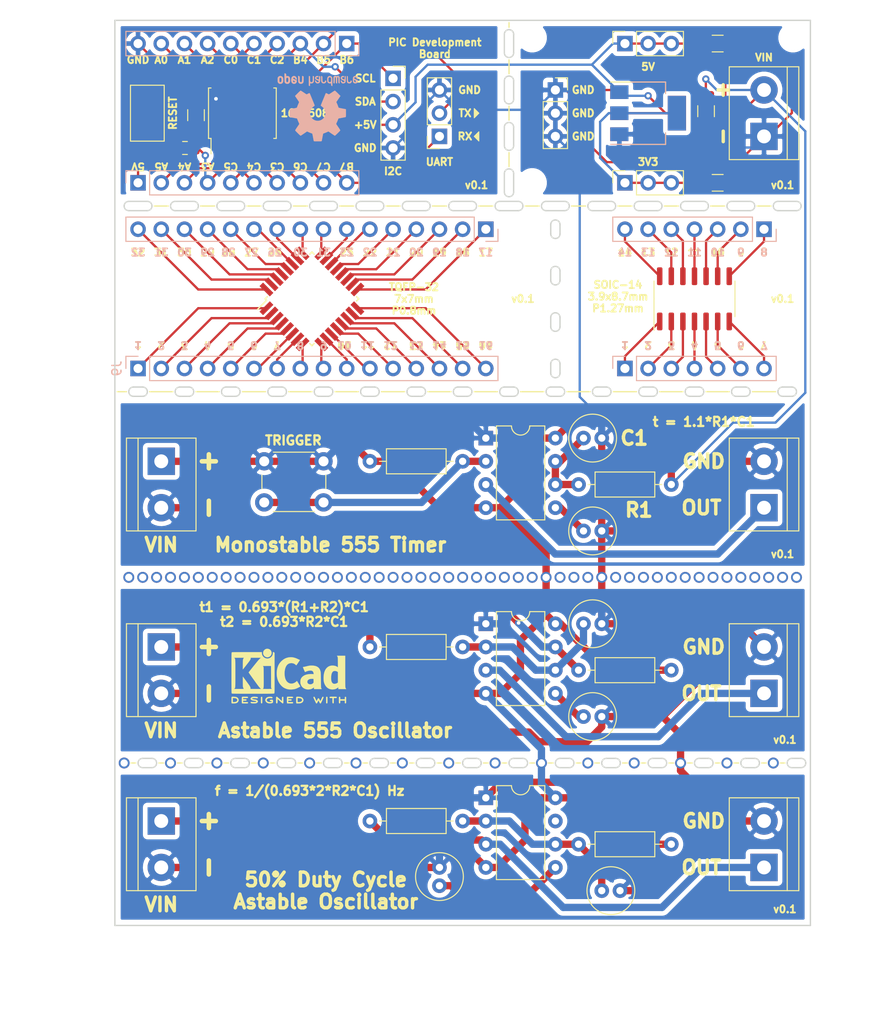
<source format=kicad_pcb>
(kicad_pcb (version 20171130) (host pcbnew "(5.1.6)-1")
  (title_block (title "Breakable Board") (date 2020-07-12) (rev v0.1) (company "TUBITAK 2209-A") (comment 1 "Designer: Bahtiyar Bayram"))
  (layers (0 F.Cu signal) (31 B.Cu signal) (34 B.Paste user) (35 F.Paste user) (36 B.SilkS user) (37 F.SilkS user) (38 B.Mask user) (39 F.Mask user) (44 Edge.Cuts user))
  (net 0 "")
  (net 1 GND)
  (net 2 "Net-(C1-Pad1)")
  (net 3 /CV1)
  (net 4 /CV2)
  (net 5 /TR2)
  (net 6 /CV3)
  (net 7 /TR3)
  (net 8 +9V)
  (net 9 /Q1)
  (net 10 /Q2)
  (net 11 /Q3)
  (net 12 /TR1)
  (net 13 "Net-(R3-Pad2)")
  (net 14 +5V)
  (net 15 +3V3)
  (net 16 "Net-(J7-Pad1)")
  (net 17 "Net-(J7-Pad2)")
  (net 18 "Net-(J7-Pad3)")
  (net 19 "Net-(J7-Pad4)")
  (net 20 "Net-(J7-Pad5)")
  (net 21 "Net-(J7-Pad6)")
  (net 22 "Net-(J7-Pad7)")
  (net 23 "Net-(J8-Pad7)")
  (net 24 "Net-(J8-Pad6)")
  (net 25 "Net-(J8-Pad5)")
  (net 26 "Net-(J8-Pad4)")
  (net 27 "Net-(J8-Pad3)")
  (net 28 "Net-(J8-Pad2)")
  (net 29 "Net-(J8-Pad1)")
  (net 30 "Net-(J9-Pad16)")
  (net 31 "Net-(J9-Pad15)")
  (net 32 "Net-(J9-Pad14)")
  (net 33 "Net-(J9-Pad13)")
  (net 34 "Net-(J9-Pad12)")
  (net 35 "Net-(J9-Pad11)")
  (net 36 "Net-(J9-Pad10)")
  (net 37 "Net-(J9-Pad9)")
  (net 38 "Net-(J9-Pad8)")
  (net 39 "Net-(J9-Pad7)")
  (net 40 "Net-(J9-Pad6)")
  (net 41 "Net-(J9-Pad5)")
  (net 42 "Net-(J9-Pad4)")
  (net 43 "Net-(J9-Pad3)")
  (net 44 "Net-(J9-Pad2)")
  (net 45 "Net-(J9-Pad1)")
  (net 46 "Net-(J10-Pad1)")
  (net 47 "Net-(J10-Pad2)")
  (net 48 "Net-(J10-Pad3)")
  (net 49 "Net-(J10-Pad4)")
  (net 50 "Net-(J10-Pad5)")
  (net 51 "Net-(J10-Pad6)")
  (net 52 "Net-(J10-Pad7)")
  (net 53 "Net-(J10-Pad8)")
  (net 54 "Net-(J10-Pad9)")
  (net 55 "Net-(J10-Pad10)")
  (net 56 "Net-(J10-Pad11)")
  (net 57 "Net-(J10-Pad12)")
  (net 58 "Net-(J10-Pad13)")
  (net 59 "Net-(J10-Pad14)")
  (net 60 "Net-(J10-Pad15)")
  (net 61 "Net-(J10-Pad16)")
  (net 62 /Microcontroller/RB7)
  (net 63 /Microcontroller/RC7)
  (net 64 /Microcontroller/RC6)
  (net 65 /Microcontroller/RC3)
  (net 66 /Microcontroller/RC4)
  (net 67 /Microcontroller/RC5)
  (net 68 /Microcontroller/RA3)
  (net 69 /Microcontroller/RA4)
  (net 70 /Microcontroller/RA5)
  (net 71 /Microcontroller/RB6)
  (net 72 /Microcontroller/RB5)
  (net 73 /Microcontroller/RB4)
  (net 74 /Microcontroller/RC2)
  (net 75 /Microcontroller/RC1)
  (net 76 /Microcontroller/RC0)
  (net 77 /Microcontroller/RA2)
  (net 78 /Microcontroller/RA1)
  (net 79 /Microcontroller/RA0)
  (net 80 "Net-(U2-Pad7)")
  (module Symbol:OSHW-Logo2_9.8x8mm_SilkScreen (layer B.Cu) (at 47.625 32.385)
    (fp_text reference REF** hide)
    (fp_text value OSHW-Logo2_9.8x8mm_SilkScreen hide)
  )
  (module Symbol:KiCad-Logo2_5mm_SilkScreen (layer F.Cu) (at 44.45 94.615)
    (fp_text reference REF** hide)
    (fp_text value KiCad-Logo2_5mm_SilkScreen hide)
  )
  (module Capacitor_THT:C_Radial_D5.0mm_H11.0mm_P2.00mm (layer F.Cu) (at 76.74 68.58)
    (fp_text reference C1 hide)
    (fp_text value C1)
    (pad 2 thru_hole circle (at 2 0) (size 1.6 1.6) (drill 0.8) (layers *.Cu *.Mask) (net 1 GND))
    (pad 1 thru_hole circle (at 0 0) (size 1.6 1.6) (drill 0.8) (layers *.Cu *.Mask) (net 2 "Net-(C1-Pad1)"))
  )
  (module Capacitor_THT:C_Radial_D5.0mm_H11.0mm_P2.00mm (layer F.Cu) (at 78.74 118.11)
    (fp_text reference C2 hide)
    (fp_text value C1)
    (pad 1 thru_hole circle (at 0 0) (size 1.6 1.6) (drill 0.8) (layers *.Cu *.Mask) (net 7 /TR3))
    (pad 2 thru_hole circle (at 2 0) (size 1.6 1.6) (drill 0.8) (layers *.Cu *.Mask) (net 1 GND))
  )
  (module Capacitor_THT:C_Radial_D5.0mm_H11.0mm_P2.00mm (layer F.Cu) (at 60.96 117.57 90)
    (fp_text reference C3 hide)
    (fp_text value 0.01uF)
    (pad 2 thru_hole circle (at 2 0 90) (size 1.6 1.6) (drill 0.8) (layers *.Cu *.Mask) (net 1 GND))
    (pad 1 thru_hole circle (at 0 0 90) (size 1.6 1.6) (drill 0.8) (layers *.Cu *.Mask) (net 6 /CV3))
  )
  (module Capacitor_THT:C_Radial_D5.0mm_H11.0mm_P2.00mm (layer F.Cu) (at 76.74 99.06)
    (fp_text reference C4 hide)
    (fp_text value 0.01uF)
    (pad 1 thru_hole circle (at 0 0) (size 1.6 1.6) (drill 0.8) (layers *.Cu *.Mask) (net 4 /CV2))
    (pad 2 thru_hole circle (at 2 0) (size 1.6 1.6) (drill 0.8) (layers *.Cu *.Mask) (net 1 GND))
  )
  (module Capacitor_THT:C_Radial_D5.0mm_H11.0mm_P2.00mm (layer F.Cu) (at 76.74 88.9)
    (fp_text reference C5 hide)
    (fp_text value C1)
    (pad 2 thru_hole circle (at 2 0) (size 1.6 1.6) (drill 0.8) (layers *.Cu *.Mask) (net 1 GND))
    (pad 1 thru_hole circle (at 0 0) (size 1.6 1.6) (drill 0.8) (layers *.Cu *.Mask) (net 5 /TR2))
  )
  (module Capacitor_THT:C_Radial_D5.0mm_H11.0mm_P2.00mm (layer F.Cu) (at 76.74 78.74)
    (fp_text reference C6 hide)
    (fp_text value C2)
    (pad 1 thru_hole circle (at 0 0) (size 1.6 1.6) (drill 0.8) (layers *.Cu *.Mask) (net 3 /CV1))
    (pad 2 thru_hole circle (at 2 0) (size 1.6 1.6) (drill 0.8) (layers *.Cu *.Mask) (net 1 GND))
  )
  (module Capacitor_SMD:C_1206_3216Metric_Pad1.42x1.75mm_HandSolder (layer F.Cu) (at 90.17 32.8025 270)
    (fp_text reference C7 hide)
    (fp_text value 10uF)
    (pad 2 smd roundrect (at 1.4875 0 270) (size 1.425 1.75) (layers F.Cu F.Paste F.Mask) (roundrect_rratio 0.175439) (net 1 GND))
    (pad 1 smd roundrect (at -1.4875 0 270) (size 1.425 1.75) (layers F.Cu F.Paste F.Mask) (roundrect_rratio 0.175439) (net 8 +9V))
  )
  (module Capacitor_SMD:C_1206_3216Metric_Pad1.42x1.75mm_HandSolder (layer F.Cu) (at 91.44 25.4)
    (fp_text reference C8 hide)
    (fp_text value 10uF)
    (pad 1 smd roundrect (at -1.4875 0) (size 1.425 1.75) (layers F.Cu F.Paste F.Mask) (roundrect_rratio 0.175439) (net 14 +5V))
    (pad 2 smd roundrect (at 1.4875 0) (size 1.425 1.75) (layers F.Cu F.Paste F.Mask) (roundrect_rratio 0.175439) (net 1 GND))
  )
  (module Capacitor_SMD:C_1206_3216Metric_Pad1.42x1.75mm_HandSolder (layer F.Cu) (at 91.44 40.64)
    (fp_text reference C9 hide)
    (fp_text value 10uF)
    (pad 1 smd roundrect (at -1.4875 0) (size 1.425 1.75) (layers F.Cu F.Paste F.Mask) (roundrect_rratio 0.175439) (net 15 +3V3))
    (pad 2 smd roundrect (at 1.4875 0) (size 1.425 1.75) (layers F.Cu F.Paste F.Mask) (roundrect_rratio 0.175439) (net 1 GND))
  )
  (module Capacitor_SMD:C_1206_3216Metric_Pad1.42x1.75mm_HandSolder (layer F.Cu) (at 34.29 33.2375 270)
    (fp_text reference C10 hide)
    (fp_text value 0.1uF)
    (pad 2 smd roundrect (at 1.4875 0 270) (size 1.425 1.75) (layers F.Cu F.Paste F.Mask) (roundrect_rratio 0.175439) (net 14 +5V))
    (pad 1 smd roundrect (at -1.4875 0 270) (size 1.425 1.75) (layers F.Cu F.Paste F.Mask) (roundrect_rratio 0.175439) (net 1 GND))
  )
  (module TerminalBlock:TerminalBlock_bornier-2_P5.08mm (layer F.Cu) (at 30.48 71.12 270)
    (fp_text reference J1 hide)
    (fp_text value POWER1)
    (pad 1 thru_hole rect (at 0 0 270) (size 3 3) (drill 1.52) (layers *.Cu *.Mask) (net 8 +9V))
    (pad 2 thru_hole circle (at 5.08 0 270) (size 3 3) (drill 1.52) (layers *.Cu *.Mask) (net 1 GND))
  )
  (module TerminalBlock:TerminalBlock_bornier-2_P5.08mm (layer F.Cu) (at 30.48 110.49 270)
    (fp_text reference J2 hide)
    (fp_text value POWER3)
    (pad 1 thru_hole rect (at 0 0 270) (size 3 3) (drill 1.52) (layers *.Cu *.Mask) (net 8 +9V))
    (pad 2 thru_hole circle (at 5.08 0 270) (size 3 3) (drill 1.52) (layers *.Cu *.Mask) (net 1 GND))
  )
  (module TerminalBlock:TerminalBlock_bornier-2_P5.08mm (layer F.Cu) (at 96.52 76.2 90)
    (fp_text reference J3 hide)
    (fp_text value OUT1)
    (pad 1 thru_hole rect (at 0 0 90) (size 3 3) (drill 1.52) (layers *.Cu *.Mask) (net 9 /Q1))
    (pad 2 thru_hole circle (at 5.08 0 90) (size 3 3) (drill 1.52) (layers *.Cu *.Mask) (net 1 GND))
  )
  (module TerminalBlock:TerminalBlock_bornier-2_P5.08mm (layer F.Cu) (at 30.48 91.44 270)
    (fp_text reference J4 hide)
    (fp_text value POWER2)
    (pad 1 thru_hole rect (at 0 0 270) (size 3 3) (drill 1.52) (layers *.Cu *.Mask) (net 8 +9V))
    (pad 2 thru_hole circle (at 5.08 0 270) (size 3 3) (drill 1.52) (layers *.Cu *.Mask) (net 1 GND))
  )
  (module TerminalBlock:TerminalBlock_bornier-2_P5.08mm (layer F.Cu) (at 96.52 115.57 90)
    (fp_text reference J5 hide)
    (fp_text value OUT3)
    (pad 2 thru_hole circle (at 5.08 0 90) (size 3 3) (drill 1.52) (layers *.Cu *.Mask) (net 1 GND))
    (pad 1 thru_hole rect (at 0 0 90) (size 3 3) (drill 1.52) (layers *.Cu *.Mask) (net 11 /Q3))
  )
  (module TerminalBlock:TerminalBlock_bornier-2_P5.08mm (layer F.Cu) (at 96.52 96.52 90)
    (fp_text reference J6 hide)
    (fp_text value OUT2)
    (pad 2 thru_hole circle (at 5.08 0 90) (size 3 3) (drill 1.52) (layers *.Cu *.Mask) (net 1 GND))
    (pad 1 thru_hole rect (at 0 0 90) (size 3 3) (drill 1.52) (layers *.Cu *.Mask) (net 10 /Q2))
  )
  (module Connector_PinSocket_2.54mm:PinSocket_1x03_P2.54mm_Vertical (layer F.Cu) (at 81.28 40.64 90)
    (fp_text reference J11 hide)
    (fp_text value "3.3V Out")
    (pad 3 thru_hole oval (at 0 5.08 90) (size 1.7 1.7) (drill 1) (layers *.Cu *.Mask) (net 15 +3V3))
    (pad 2 thru_hole oval (at 0 2.54 90) (size 1.7 1.7) (drill 1) (layers *.Cu *.Mask) (net 15 +3V3))
    (pad 1 thru_hole rect (at 0 0 90) (size 1.7 1.7) (drill 1) (layers *.Cu *.Mask) (net 15 +3V3))
  )
  (module TerminalBlock:TerminalBlock_bornier-2_P5.08mm (layer F.Cu) (at 96.52 35.56 90)
    (fp_text reference J12 hide)
    (fp_text value "Power In")
    (pad 2 thru_hole circle (at 5.08 0 90) (size 3 3) (drill 1.52) (layers *.Cu *.Mask) (net 8 +9V))
    (pad 1 thru_hole rect (at 0 0 90) (size 3 3) (drill 1.52) (layers *.Cu *.Mask) (net 1 GND))
  )
  (module Connector_PinSocket_2.54mm:PinSocket_1x03_P2.54mm_Vertical (layer F.Cu) (at 81.28 25.4 90)
    (fp_text reference J13 hide)
    (fp_text value "5V Out")
    (pad 3 thru_hole oval (at 0 5.08 90) (size 1.7 1.7) (drill 1) (layers *.Cu *.Mask) (net 14 +5V))
    (pad 2 thru_hole oval (at 0 2.54 90) (size 1.7 1.7) (drill 1) (layers *.Cu *.Mask) (net 14 +5V))
    (pad 1 thru_hole rect (at 0 0 90) (size 1.7 1.7) (drill 1) (layers *.Cu *.Mask) (net 14 +5V))
  )
  (module Connector_PinSocket_2.54mm:PinSocket_1x03_P2.54mm_Vertical (layer F.Cu) (at 73.66 30.48)
    (fp_text reference J14 hide)
    (fp_text value GND)
    (pad 1 thru_hole rect (at 0 0) (size 1.7 1.7) (drill 1) (layers *.Cu *.Mask) (net 1 GND))
    (pad 2 thru_hole oval (at 0 2.54) (size 1.7 1.7) (drill 1) (layers *.Cu *.Mask) (net 1 GND))
    (pad 3 thru_hole oval (at 0 5.08) (size 1.7 1.7) (drill 1) (layers *.Cu *.Mask) (net 1 GND))
  )
  (module Connector_PinSocket_2.54mm:PinSocket_1x04_P2.54mm_Vertical (layer F.Cu) (at 55.88 29.21)
    (fp_text reference J17 hide)
    (fp_text value I2C)
    (pad 1 thru_hole rect (at 0 0) (size 1.7 1.7) (drill 1) (layers *.Cu *.Mask) (net 71 /Microcontroller/RB6))
    (pad 2 thru_hole oval (at 0 2.54) (size 1.7 1.7) (drill 1) (layers *.Cu *.Mask) (net 73 /Microcontroller/RB4))
    (pad 3 thru_hole oval (at 0 5.08) (size 1.7 1.7) (drill 1) (layers *.Cu *.Mask) (net 14 +5V))
    (pad 4 thru_hole oval (at 0 7.62) (size 1.7 1.7) (drill 1) (layers *.Cu *.Mask) (net 1 GND))
  )
  (module Connector_PinSocket_2.54mm:PinSocket_1x03_P2.54mm_Vertical (layer F.Cu) (at 60.96 35.56 180)
    (fp_text reference J18 hide)
    (fp_text value UART)
    (pad 1 thru_hole rect (at 0 0 180) (size 1.7 1.7) (drill 1) (layers *.Cu *.Mask) (net 62 /Microcontroller/RB7))
    (pad 2 thru_hole oval (at 0 2.54 180) (size 1.7 1.7) (drill 1) (layers *.Cu *.Mask) (net 72 /Microcontroller/RB5))
    (pad 3 thru_hole oval (at 0 5.08 180) (size 1.7 1.7) (drill 1) (layers *.Cu *.Mask) (net 1 GND))
  )
  (module Resistor_THT:R_Axial_DIN0207_L6.3mm_D2.5mm_P10.16mm_Horizontal (layer F.Cu) (at 86.36 73.66 180)
    (fp_text reference R1 hide)
    (fp_text value R1)
    (pad 1 thru_hole circle (at 0 0 180) (size 1.6 1.6) (drill 0.8) (layers *.Cu *.Mask) (net 8 +9V))
    (pad 2 thru_hole oval (at 10.16 0 180) (size 1.6 1.6) (drill 0.8) (layers *.Cu *.Mask) (net 2 "Net-(C1-Pad1)"))
  )
  (module Resistor_THT:R_Axial_DIN0207_L6.3mm_D2.5mm_P10.16mm_Horizontal (layer F.Cu) (at 53.34 110.49)
    (fp_text reference R2 hide)
    (fp_text value R2)
    (pad 1 thru_hole circle (at 0 0) (size 1.6 1.6) (drill 0.8) (layers *.Cu *.Mask) (net 11 /Q3))
    (pad 2 thru_hole oval (at 10.16 0) (size 1.6 1.6) (drill 0.8) (layers *.Cu *.Mask) (net 7 /TR3))
  )
  (module Resistor_THT:R_Axial_DIN0207_L6.3mm_D2.5mm_P10.16mm_Horizontal (layer F.Cu) (at 86.36 93.98 180)
    (fp_text reference R3 hide)
    (fp_text value R1)
    (pad 2 thru_hole oval (at 10.16 0 180) (size 1.6 1.6) (drill 0.8) (layers *.Cu *.Mask) (net 13 "Net-(R3-Pad2)"))
    (pad 1 thru_hole circle (at 0 0 180) (size 1.6 1.6) (drill 0.8) (layers *.Cu *.Mask) (net 8 +9V))
  )
  (module Resistor_THT:R_Axial_DIN0207_L6.3mm_D2.5mm_P10.16mm_Horizontal (layer F.Cu) (at 86.36 113.03 180)
    (fp_text reference R4 hide)
    (fp_text value 100k)
    (pad 2 thru_hole oval (at 10.16 0 180) (size 1.6 1.6) (drill 0.8) (layers *.Cu *.Mask) (net 7 /TR3))
    (pad 1 thru_hole circle (at 0 0 180) (size 1.6 1.6) (drill 0.8) (layers *.Cu *.Mask) (net 8 +9V))
  )
  (module Resistor_THT:R_Axial_DIN0207_L6.3mm_D2.5mm_P10.16mm_Horizontal (layer F.Cu) (at 53.34 91.44)
    (fp_text reference R5 hide)
    (fp_text value R2)
    (pad 1 thru_hole circle (at 0 0) (size 1.6 1.6) (drill 0.8) (layers *.Cu *.Mask) (net 13 "Net-(R3-Pad2)"))
    (pad 2 thru_hole oval (at 10.16 0) (size 1.6 1.6) (drill 0.8) (layers *.Cu *.Mask) (net 5 /TR2))
  )
  (module Resistor_THT:R_Axial_DIN0207_L6.3mm_D2.5mm_P10.16mm_Horizontal (layer F.Cu) (at 53.34 71.12)
    (fp_text reference R6 hide)
    (fp_text value R2)
    (pad 2 thru_hole oval (at 10.16 0) (size 1.6 1.6) (drill 0.8) (layers *.Cu *.Mask) (net 12 /TR1))
    (pad 1 thru_hole circle (at 0 0) (size 1.6 1.6) (drill 0.8) (layers *.Cu *.Mask) (net 8 +9V))
  )
  (module Resistor_SMD:R_0805_2012Metric_Pad1.15x1.40mm_HandSolder (layer F.Cu) (at 33.0798 36.83 180)
    (fp_text reference R7 hide)
    (fp_text value 10k)
    (pad 1 smd roundrect (at -1.025 0 180) (size 1.15 1.4) (layers F.Cu F.Paste F.Mask) (roundrect_rratio 0.217391) (net 68 /Microcontroller/RA3))
    (pad 2 smd roundrect (at 1.025 0 180) (size 1.15 1.4) (layers F.Cu F.Paste F.Mask) (roundrect_rratio 0.217391) (net 14 +5V))
  )
  (module Button_Switch_THT:SW_PUSH_6mm_H7.3mm (layer F.Cu) (at 48.26 75.62 180)
    (fp_text reference SW1 hide)
    (fp_text value Trigger)
    (pad 2 thru_hole circle (at 0 4.5 270) (size 2 2) (drill 1.1) (layers *.Cu *.Mask) (net 1 GND))
    (pad 1 thru_hole circle (at 0 0 270) (size 2 2) (drill 1.1) (layers *.Cu *.Mask) (net 12 /TR1))
    (pad 2 thru_hole circle (at 6.5 4.5 270) (size 2 2) (drill 1.1) (layers *.Cu *.Mask) (net 1 GND))
    (pad 1 thru_hole circle (at 6.5 0 270) (size 2 2) (drill 1.1) (layers *.Cu *.Mask) (net 12 /TR1))
  )
  (module Button_Switch_SMD:SW_SPST_CK_RS282G05A3 (layer F.Cu) (at 28.956 33.02 270)
    (fp_text reference SW2 hide)
    (fp_text value RESET)
    (pad 1 smd rect (at -3.9 0 270) (size 1.5 1.5) (layers F.Cu F.Paste F.Mask) (net 1 GND))
    (pad 2 smd rect (at 3.9 0 270) (size 1.5 1.5) (layers F.Cu F.Paste F.Mask) (net 14 +5V))
  )
  (module Package_DIP:DIP-8_W7.62mm (layer F.Cu) (at 66.04 68.58)
    (fp_text reference U1 hide)
    (fp_text value LM555xN)
    (pad 8 thru_hole oval (at 7.62 0) (size 1.6 1.6) (drill 0.8) (layers *.Cu *.Mask) (net 8 +9V))
    (pad 4 thru_hole oval (at 0 7.62) (size 1.6 1.6) (drill 0.8) (layers *.Cu *.Mask) (net 8 +9V))
    (pad 7 thru_hole oval (at 7.62 2.54) (size 1.6 1.6) (drill 0.8) (layers *.Cu *.Mask) (net 2 "Net-(C1-Pad1)"))
    (pad 3 thru_hole oval (at 0 5.08) (size 1.6 1.6) (drill 0.8) (layers *.Cu *.Mask) (net 9 /Q1))
    (pad 6 thru_hole oval (at 7.62 5.08) (size 1.6 1.6) (drill 0.8) (layers *.Cu *.Mask) (net 2 "Net-(C1-Pad1)"))
    (pad 2 thru_hole oval (at 0 2.54) (size 1.6 1.6) (drill 0.8) (layers *.Cu *.Mask) (net 12 /TR1))
    (pad 5 thru_hole oval (at 7.62 7.62) (size 1.6 1.6) (drill 0.8) (layers *.Cu *.Mask) (net 3 /CV1))
    (pad 1 thru_hole rect (at 0 0) (size 1.6 1.6) (drill 0.8) (layers *.Cu *.Mask) (net 1 GND))
  )
  (module Package_DIP:DIP-8_W7.62mm (layer F.Cu) (at 66.04 107.95)
    (fp_text reference U2 hide)
    (fp_text value LM555xN)
    (pad 1 thru_hole rect (at 0 0) (size 1.6 1.6) (drill 0.8) (layers *.Cu *.Mask) (net 1 GND))
    (pad 5 thru_hole oval (at 7.62 7.62) (size 1.6 1.6) (drill 0.8) (layers *.Cu *.Mask) (net 6 /CV3))
    (pad 2 thru_hole oval (at 0 2.54) (size 1.6 1.6) (drill 0.8) (layers *.Cu *.Mask) (net 7 /TR3))
    (pad 6 thru_hole oval (at 7.62 5.08) (size 1.6 1.6) (drill 0.8) (layers *.Cu *.Mask) (net 7 /TR3))
    (pad 3 thru_hole oval (at 0 5.08) (size 1.6 1.6) (drill 0.8) (layers *.Cu *.Mask) (net 11 /Q3))
    (pad 7 thru_hole oval (at 7.62 2.54) (size 1.6 1.6) (drill 0.8) (layers *.Cu *.Mask) (net 80 "Net-(U2-Pad7)"))
    (pad 4 thru_hole oval (at 0 7.62) (size 1.6 1.6) (drill 0.8) (layers *.Cu *.Mask) (net 8 +9V))
    (pad 8 thru_hole oval (at 7.62 0) (size 1.6 1.6) (drill 0.8) (layers *.Cu *.Mask) (net 8 +9V))
  )
  (module Package_DIP:DIP-8_W7.62mm (layer F.Cu) (at 66.04 88.9)
    (fp_text reference U3 hide)
    (fp_text value LM555xN)
    (pad 1 thru_hole rect (at 0 0) (size 1.6 1.6) (drill 0.8) (layers *.Cu *.Mask) (net 1 GND))
    (pad 5 thru_hole oval (at 7.62 7.62) (size 1.6 1.6) (drill 0.8) (layers *.Cu *.Mask) (net 4 /CV2))
    (pad 2 thru_hole oval (at 0 2.54) (size 1.6 1.6) (drill 0.8) (layers *.Cu *.Mask) (net 5 /TR2))
    (pad 6 thru_hole oval (at 7.62 5.08) (size 1.6 1.6) (drill 0.8) (layers *.Cu *.Mask) (net 5 /TR2))
    (pad 3 thru_hole oval (at 0 5.08) (size 1.6 1.6) (drill 0.8) (layers *.Cu *.Mask) (net 10 /Q2))
    (pad 7 thru_hole oval (at 7.62 2.54) (size 1.6 1.6) (drill 0.8) (layers *.Cu *.Mask) (net 13 "Net-(R3-Pad2)"))
    (pad 4 thru_hole oval (at 0 7.62) (size 1.6 1.6) (drill 0.8) (layers *.Cu *.Mask) (net 8 +9V))
    (pad 8 thru_hole oval (at 7.62 0) (size 1.6 1.6) (drill 0.8) (layers *.Cu *.Mask) (net 8 +9V))
  )
  (module Package_SO:SOIC-14_3.9x8.7mm_P1.27mm (layer F.Cu) (at 88.9 53.34 90)
    (fp_text reference U4 hide)
    (fp_text value Package_SOIC-14)
    (pad 1 smd roundrect (at -2.475 -3.81 90) (size 1.95 0.6) (layers F.Cu F.Paste F.Mask) (net 16 "Net-(J7-Pad1)"))
    (pad 2 smd roundrect (at -2.475 -2.54 90) (size 1.95 0.6) (layers F.Cu F.Paste F.Mask) (net 17 "Net-(J7-Pad2)"))
    (pad 3 smd roundrect (at -2.475 -1.27 90) (size 1.95 0.6) (layers F.Cu F.Paste F.Mask) (net 18 "Net-(J7-Pad3)"))
    (pad 4 smd roundrect (at -2.475 0 90) (size 1.95 0.6) (layers F.Cu F.Paste F.Mask) (net 19 "Net-(J7-Pad4)"))
    (pad 5 smd roundrect (at -2.475 1.27 90) (size 1.95 0.6) (layers F.Cu F.Paste F.Mask) (net 20 "Net-(J7-Pad5)"))
    (pad 6 smd roundrect (at -2.475 2.54 90) (size 1.95 0.6) (layers F.Cu F.Paste F.Mask) (net 21 "Net-(J7-Pad6)"))
    (pad 7 smd roundrect (at -2.475 3.81 90) (size 1.95 0.6) (layers F.Cu F.Paste F.Mask) (net 22 "Net-(J7-Pad7)"))
    (pad 8 smd roundrect (at 2.475 3.81 90) (size 1.95 0.6) (layers F.Cu F.Paste F.Mask) (net 29 "Net-(J8-Pad1)"))
    (pad 9 smd roundrect (at 2.475 2.54 90) (size 1.95 0.6) (layers F.Cu F.Paste F.Mask) (net 28 "Net-(J8-Pad2)"))
    (pad 10 smd roundrect (at 2.475 1.27 90) (size 1.95 0.6) (layers F.Cu F.Paste F.Mask) (net 27 "Net-(J8-Pad3)"))
    (pad 11 smd roundrect (at 2.475 0 90) (size 1.95 0.6) (layers F.Cu F.Paste F.Mask) (net 26 "Net-(J8-Pad4)"))
    (pad 12 smd roundrect (at 2.475 -1.27 90) (size 1.95 0.6) (layers F.Cu F.Paste F.Mask) (net 25 "Net-(J8-Pad5)"))
    (pad 13 smd roundrect (at 2.475 -2.54 90) (size 1.95 0.6) (layers F.Cu F.Paste F.Mask) (net 24 "Net-(J8-Pad6)"))
    (pad 14 smd roundrect (at 2.475 -3.81 90) (size 1.95 0.6) (layers F.Cu F.Paste F.Mask) (net 23 "Net-(J8-Pad7)"))
  )
  (module Package_QFP:TQFP-32_7x7mm_P0.8mm (layer F.Cu) (at 46.99 53.34 45)
    (fp_text reference U5 hide)
    (fp_text value Package_TQFP-32)
    (pad 1 smd rect (at -4.25 -2.8 45) (size 1.6 0.55) (layers F.Cu F.Paste F.Mask) (net 45 "Net-(J9-Pad1)"))
    (pad 2 smd rect (at -4.25 -2 45) (size 1.6 0.55) (layers F.Cu F.Paste F.Mask) (net 44 "Net-(J9-Pad2)"))
    (pad 3 smd rect (at -4.25 -1.2 45) (size 1.6 0.55) (layers F.Cu F.Paste F.Mask) (net 43 "Net-(J9-Pad3)"))
    (pad 4 smd rect (at -4.25 -0.4 45) (size 1.6 0.55) (layers F.Cu F.Paste F.Mask) (net 42 "Net-(J9-Pad4)"))
    (pad 5 smd rect (at -4.25 0.4 45) (size 1.6 0.55) (layers F.Cu F.Paste F.Mask) (net 41 "Net-(J9-Pad5)"))
    (pad 6 smd rect (at -4.25 1.2 45) (size 1.6 0.55) (layers F.Cu F.Paste F.Mask) (net 40 "Net-(J9-Pad6)"))
    (pad 7 smd rect (at -4.25 2 45) (size 1.6 0.55) (layers F.Cu F.Paste F.Mask) (net 39 "Net-(J9-Pad7)"))
    (pad 8 smd rect (at -4.25 2.8 45) (size 1.6 0.55) (layers F.Cu F.Paste F.Mask) (net 38 "Net-(J9-Pad8)"))
    (pad 9 smd rect (at -2.8 4.25 135) (size 1.6 0.55) (layers F.Cu F.Paste F.Mask) (net 37 "Net-(J9-Pad9)"))
    (pad 10 smd rect (at -2 4.25 135) (size 1.6 0.55) (layers F.Cu F.Paste F.Mask) (net 36 "Net-(J9-Pad10)"))
    (pad 11 smd rect (at -1.2 4.25 135) (size 1.6 0.55) (layers F.Cu F.Paste F.Mask) (net 35 "Net-(J9-Pad11)"))
    (pad 12 smd rect (at -0.4 4.25 135) (size 1.6 0.55) (layers F.Cu F.Paste F.Mask) (net 34 "Net-(J9-Pad12)"))
    (pad 13 smd rect (at 0.4 4.25 135) (size 1.6 0.55) (layers F.Cu F.Paste F.Mask) (net 33 "Net-(J9-Pad13)"))
    (pad 14 smd rect (at 1.2 4.25 135) (size 1.6 0.55) (layers F.Cu F.Paste F.Mask) (net 32 "Net-(J9-Pad14)"))
    (pad 15 smd rect (at 2 4.25 135) (size 1.6 0.55) (layers F.Cu F.Paste F.Mask) (net 31 "Net-(J9-Pad15)"))
    (pad 16 smd rect (at 2.8 4.25 135) (size 1.6 0.55) (layers F.Cu F.Paste F.Mask) (net 30 "Net-(J9-Pad16)"))
    (pad 17 smd rect (at 4.25 2.8 45) (size 1.6 0.55) (layers F.Cu F.Paste F.Mask) (net 46 "Net-(J10-Pad1)"))
    (pad 18 smd rect (at 4.25 2 45) (size 1.6 0.55) (layers F.Cu F.Paste F.Mask) (net 47 "Net-(J10-Pad2)"))
    (pad 19 smd rect (at 4.25 1.2 45) (size 1.6 0.55) (layers F.Cu F.Paste F.Mask) (net 48 "Net-(J10-Pad3)"))
    (pad 20 smd rect (at 4.25 0.4 45) (size 1.6 0.55) (layers F.Cu F.Paste F.Mask) (net 49 "Net-(J10-Pad4)"))
    (pad 21 smd rect (at 4.25 -0.4 45) (size 1.6 0.55) (layers F.Cu F.Paste F.Mask) (net 50 "Net-(J10-Pad5)"))
    (pad 22 smd rect (at 4.25 -1.2 45) (size 1.6 0.55) (layers F.Cu F.Paste F.Mask) (net 51 "Net-(J10-Pad6)"))
    (pad 23 smd rect (at 4.25 -2 45) (size 1.6 0.55) (layers F.Cu F.Paste F.Mask) (net 52 "Net-(J10-Pad7)"))
    (pad 24 smd rect (at 4.25 -2.8 45) (size 1.6 0.55) (layers F.Cu F.Paste F.Mask) (net 53 "Net-(J10-Pad8)"))
    (pad 25 smd rect (at 2.8 -4.25 135) (size 1.6 0.55) (layers F.Cu F.Paste F.Mask) (net 54 "Net-(J10-Pad9)"))
    (pad 26 smd rect (at 2 -4.25 135) (size 1.6 0.55) (layers F.Cu F.Paste F.Mask) (net 55 "Net-(J10-Pad10)"))
    (pad 27 smd rect (at 1.2 -4.25 135) (size 1.6 0.55) (layers F.Cu F.Paste F.Mask) (net 56 "Net-(J10-Pad11)"))
    (pad 28 smd rect (at 0.4 -4.25 135) (size 1.6 0.55) (layers F.Cu F.Paste F.Mask) (net 57 "Net-(J10-Pad12)"))
    (pad 29 smd rect (at -0.4 -4.25 135) (size 1.6 0.55) (layers F.Cu F.Paste F.Mask) (net 58 "Net-(J10-Pad13)"))
    (pad 30 smd rect (at -1.2 -4.25 135) (size 1.6 0.55) (layers F.Cu F.Paste F.Mask) (net 59 "Net-(J10-Pad14)"))
    (pad 31 smd rect (at -2 -4.25 135) (size 1.6 0.55) (layers F.Cu F.Paste F.Mask) (net 60 "Net-(J10-Pad15)"))
    (pad 32 smd rect (at -2.8 -4.25 135) (size 1.6 0.55) (layers F.Cu F.Paste F.Mask) (net 61 "Net-(J10-Pad16)"))
  )
  (module Package_TO_SOT_SMD:SOT-223-3_TabPin2 (layer F.Cu) (at 83.82 33.02)
    (fp_text reference U6 hide)
    (fp_text value AMS1117-5.0)
    (pad 2 smd rect (at 3.15 0) (size 2 3.8) (layers F.Cu F.Paste F.Mask) (net 14 +5V))
    (pad 2 smd rect (at -3.15 0) (size 2 1.5) (layers F.Cu F.Paste F.Mask) (net 14 +5V))
    (pad 3 smd rect (at -3.15 2.3) (size 2 1.5) (layers F.Cu F.Paste F.Mask) (net 8 +9V))
    (pad 1 smd rect (at -3.15 -2.3) (size 2 1.5) (layers F.Cu F.Paste F.Mask) (net 1 GND))
  )
  (module Package_TO_SOT_SMD:SOT-223-3_TabPin2 (layer B.Cu) (at 83.82 33.02)
    (fp_text reference U7 hide)
    (fp_text value AMS1117-3.3)
    (pad 1 smd rect (at -3.15 2.3) (size 2 1.5) (layers B.Cu B.Paste B.Mask) (net 1 GND))
    (pad 3 smd rect (at -3.15 -2.3) (size 2 1.5) (layers B.Cu B.Paste B.Mask) (net 14 +5V))
    (pad 2 smd rect (at -3.15 0) (size 2 1.5) (layers B.Cu B.Paste B.Mask) (net 15 +3V3))
    (pad 2 smd rect (at 3.15 0) (size 2 3.8) (layers B.Cu B.Paste B.Mask) (net 15 +3V3))
  )
  (module Package_SO:SSOP-20_5.3x7.2mm_P0.65mm (layer F.Cu) (at 39.37 33.02 90)
    (fp_text reference U8 hide)
    (fp_text value PIC16F1508-ISS)
    (pad 1 smd roundrect (at -3.5 -2.925 90) (size 1.9 0.5) (layers F.Cu F.Paste F.Mask) (net 14 +5V))
    (pad 2 smd roundrect (at -3.5 -2.275 90) (size 1.9 0.5) (layers F.Cu F.Paste F.Mask) (net 70 /Microcontroller/RA5))
    (pad 3 smd roundrect (at -3.5 -1.625 90) (size 1.9 0.5) (layers F.Cu F.Paste F.Mask) (net 69 /Microcontroller/RA4))
    (pad 4 smd roundrect (at -3.5 -0.975 90) (size 1.9 0.5) (layers F.Cu F.Paste F.Mask) (net 68 /Microcontroller/RA3))
    (pad 5 smd roundrect (at -3.5 -0.325 90) (size 1.9 0.5) (layers F.Cu F.Paste F.Mask) (net 67 /Microcontroller/RC5))
    (pad 6 smd roundrect (at -3.5 0.325 90) (size 1.9 0.5) (layers F.Cu F.Paste F.Mask) (net 66 /Microcontroller/RC4))
    (pad 7 smd roundrect (at -3.5 0.975 90) (size 1.9 0.5) (layers F.Cu F.Paste F.Mask) (net 65 /Microcontroller/RC3))
    (pad 8 smd roundrect (at -3.5 1.625 90) (size 1.9 0.5) (layers F.Cu F.Paste F.Mask) (net 64 /Microcontroller/RC6))
    (pad 9 smd roundrect (at -3.5 2.275 90) (size 1.9 0.5) (layers F.Cu F.Paste F.Mask) (net 63 /Microcontroller/RC7))
    (pad 10 smd roundrect (at -3.5 2.925 90) (size 1.9 0.5) (layers F.Cu F.Paste F.Mask) (net 62 /Microcontroller/RB7))
    (pad 11 smd roundrect (at 3.5 2.925 90) (size 1.9 0.5) (layers F.Cu F.Paste F.Mask) (net 71 /Microcontroller/RB6))
    (pad 12 smd roundrect (at 3.5 2.275 90) (size 1.9 0.5) (layers F.Cu F.Paste F.Mask) (net 72 /Microcontroller/RB5))
    (pad 13 smd roundrect (at 3.5 1.625 90) (size 1.9 0.5) (layers F.Cu F.Paste F.Mask) (net 73 /Microcontroller/RB4))
    (pad 14 smd roundrect (at 3.5 0.975 90) (size 1.9 0.5) (layers F.Cu F.Paste F.Mask) (net 74 /Microcontroller/RC2))
    (pad 15 smd roundrect (at 3.5 0.325 90) (size 1.9 0.5) (layers F.Cu F.Paste F.Mask) (net 75 /Microcontroller/RC1))
    (pad 16 smd roundrect (at 3.5 -0.325 90) (size 1.9 0.5) (layers F.Cu F.Paste F.Mask) (net 76 /Microcontroller/RC0))
    (pad 17 smd roundrect (at 3.5 -0.975 90) (size 1.9 0.5) (layers F.Cu F.Paste F.Mask) (net 77 /Microcontroller/RA2))
    (pad 18 smd roundrect (at 3.5 -1.625 90) (size 1.9 0.5) (layers F.Cu F.Paste F.Mask) (net 78 /Microcontroller/RA1))
    (pad 19 smd roundrect (at 3.5 -2.275 90) (size 1.9 0.5) (layers F.Cu F.Paste F.Mask) (net 79 /Microcontroller/RA0))
    (pad 20 smd roundrect (at 3.5 -2.925 90) (size 1.9 0.5) (layers F.Cu F.Paste F.Mask) (net 1 GND))
  )
  (module Connector_PinHeader_2.54mm:PinHeader_1x07_P2.54mm_Vertical (layer B.Cu) (at 81.28 60.96 270)
    (fp_text reference J7 hide)
    (fp_text value SOIC-14-1)
    (pad 1 thru_hole rect (at 0 0 270) (size 1.7 1.7) (drill 1) (layers *.Cu *.Mask) (net 16 "Net-(J7-Pad1)"))
    (pad 2 thru_hole oval (at 0 -2.54 270) (size 1.7 1.7) (drill 1) (layers *.Cu *.Mask) (net 17 "Net-(J7-Pad2)"))
    (pad 3 thru_hole oval (at 0 -5.08 270) (size 1.7 1.7) (drill 1) (layers *.Cu *.Mask) (net 18 "Net-(J7-Pad3)"))
    (pad 4 thru_hole oval (at 0 -7.62 270) (size 1.7 1.7) (drill 1) (layers *.Cu *.Mask) (net 19 "Net-(J7-Pad4)"))
    (pad 5 thru_hole oval (at 0 -10.16 270) (size 1.7 1.7) (drill 1) (layers *.Cu *.Mask) (net 20 "Net-(J7-Pad5)"))
    (pad 6 thru_hole oval (at 0 -12.7 270) (size 1.7 1.7) (drill 1) (layers *.Cu *.Mask) (net 21 "Net-(J7-Pad6)"))
    (pad 7 thru_hole oval (at 0 -15.24 270) (size 1.7 1.7) (drill 1) (layers *.Cu *.Mask) (net 22 "Net-(J7-Pad7)"))
  )
  (module Connector_PinHeader_2.54mm:PinHeader_1x07_P2.54mm_Vertical (layer B.Cu) (at 96.52 45.72 90)
    (fp_text reference J8 hide)
    (fp_text value SOIC-14-2)
    (pad 7 thru_hole oval (at 0 -15.24 90) (size 1.7 1.7) (drill 1) (layers *.Cu *.Mask) (net 23 "Net-(J8-Pad7)"))
    (pad 6 thru_hole oval (at 0 -12.7 90) (size 1.7 1.7) (drill 1) (layers *.Cu *.Mask) (net 24 "Net-(J8-Pad6)"))
    (pad 5 thru_hole oval (at 0 -10.16 90) (size 1.7 1.7) (drill 1) (layers *.Cu *.Mask) (net 25 "Net-(J8-Pad5)"))
    (pad 4 thru_hole oval (at 0 -7.62 90) (size 1.7 1.7) (drill 1) (layers *.Cu *.Mask) (net 26 "Net-(J8-Pad4)"))
    (pad 3 thru_hole oval (at 0 -5.08 90) (size 1.7 1.7) (drill 1) (layers *.Cu *.Mask) (net 27 "Net-(J8-Pad3)"))
    (pad 2 thru_hole oval (at 0 -2.54 90) (size 1.7 1.7) (drill 1) (layers *.Cu *.Mask) (net 28 "Net-(J8-Pad2)"))
    (pad 1 thru_hole rect (at 0 0 90) (size 1.7 1.7) (drill 1) (layers *.Cu *.Mask) (net 29 "Net-(J8-Pad1)"))
  )
  (module Connector_PinHeader_2.54mm:PinHeader_1x16_P2.54mm_Vertical (layer B.Cu) (at 27.94 60.96 270)
    (fp_text reference J9 (at 0 2.33 270) (layer B.SilkS) (effects (justify mirror)))
    (fp_text value TQFP-32-1)
    (pad 1 thru_hole rect (at 0 0 270) (size 1.7 1.7) (drill 1) (layers *.Cu *.Mask) (net 45 "Net-(J9-Pad1)"))
    (pad 2 thru_hole oval (at 0 -2.54 270) (size 1.7 1.7) (drill 1) (layers *.Cu *.Mask) (net 44 "Net-(J9-Pad2)"))
    (pad 3 thru_hole oval (at 0 -5.08 270) (size 1.7 1.7) (drill 1) (layers *.Cu *.Mask) (net 43 "Net-(J9-Pad3)"))
    (pad 4 thru_hole oval (at 0 -7.62 270) (size 1.7 1.7) (drill 1) (layers *.Cu *.Mask) (net 42 "Net-(J9-Pad4)"))
    (pad 5 thru_hole oval (at 0 -10.16 270) (size 1.7 1.7) (drill 1) (layers *.Cu *.Mask) (net 41 "Net-(J9-Pad5)"))
    (pad 6 thru_hole oval (at 0 -12.7 270) (size 1.7 1.7) (drill 1) (layers *.Cu *.Mask) (net 40 "Net-(J9-Pad6)"))
    (pad 7 thru_hole oval (at 0 -15.24 270) (size 1.7 1.7) (drill 1) (layers *.Cu *.Mask) (net 39 "Net-(J9-Pad7)"))
    (pad 8 thru_hole oval (at 0 -17.78 270) (size 1.7 1.7) (drill 1) (layers *.Cu *.Mask) (net 38 "Net-(J9-Pad8)"))
    (pad 9 thru_hole oval (at 0 -20.32 270) (size 1.7 1.7) (drill 1) (layers *.Cu *.Mask) (net 37 "Net-(J9-Pad9)"))
    (pad 10 thru_hole oval (at 0 -22.86 270) (size 1.7 1.7) (drill 1) (layers *.Cu *.Mask) (net 36 "Net-(J9-Pad10)"))
    (pad 11 thru_hole oval (at 0 -25.4 270) (size 1.7 1.7) (drill 1) (layers *.Cu *.Mask) (net 35 "Net-(J9-Pad11)"))
    (pad 12 thru_hole oval (at 0 -27.94 270) (size 1.7 1.7) (drill 1) (layers *.Cu *.Mask) (net 34 "Net-(J9-Pad12)"))
    (pad 13 thru_hole oval (at 0 -30.48 270) (size 1.7 1.7) (drill 1) (layers *.Cu *.Mask) (net 33 "Net-(J9-Pad13)"))
    (pad 14 thru_hole oval (at 0 -33.02 270) (size 1.7 1.7) (drill 1) (layers *.Cu *.Mask) (net 32 "Net-(J9-Pad14)"))
    (pad 15 thru_hole oval (at 0 -35.56 270) (size 1.7 1.7) (drill 1) (layers *.Cu *.Mask) (net 31 "Net-(J9-Pad15)"))
    (pad 16 thru_hole oval (at 0 -38.1 270) (size 1.7 1.7) (drill 1) (layers *.Cu *.Mask) (net 30 "Net-(J9-Pad16)"))
  )
  (module Connector_PinHeader_2.54mm:PinHeader_1x16_P2.54mm_Vertical (layer B.Cu) (at 66.04 45.72 90)
    (fp_text reference J10 hide)
    (fp_text value TQFP-32-2)
    (pad 16 thru_hole oval (at 0 -38.1 90) (size 1.7 1.7) (drill 1) (layers *.Cu *.Mask) (net 61 "Net-(J10-Pad16)"))
    (pad 15 thru_hole oval (at 0 -35.56 90) (size 1.7 1.7) (drill 1) (layers *.Cu *.Mask) (net 60 "Net-(J10-Pad15)"))
    (pad 14 thru_hole oval (at 0 -33.02 90) (size 1.7 1.7) (drill 1) (layers *.Cu *.Mask) (net 59 "Net-(J10-Pad14)"))
    (pad 13 thru_hole oval (at 0 -30.48 90) (size 1.7 1.7) (drill 1) (layers *.Cu *.Mask) (net 58 "Net-(J10-Pad13)"))
    (pad 12 thru_hole oval (at 0 -27.94 90) (size 1.7 1.7) (drill 1) (layers *.Cu *.Mask) (net 57 "Net-(J10-Pad12)"))
    (pad 11 thru_hole oval (at 0 -25.4 90) (size 1.7 1.7) (drill 1) (layers *.Cu *.Mask) (net 56 "Net-(J10-Pad11)"))
    (pad 10 thru_hole oval (at 0 -22.86 90) (size 1.7 1.7) (drill 1) (layers *.Cu *.Mask) (net 55 "Net-(J10-Pad10)"))
    (pad 9 thru_hole oval (at 0 -20.32 90) (size 1.7 1.7) (drill 1) (layers *.Cu *.Mask) (net 54 "Net-(J10-Pad9)"))
    (pad 8 thru_hole oval (at 0 -17.78 90) (size 1.7 1.7) (drill 1) (layers *.Cu *.Mask) (net 53 "Net-(J10-Pad8)"))
    (pad 7 thru_hole oval (at 0 -15.24 90) (size 1.7 1.7) (drill 1) (layers *.Cu *.Mask) (net 52 "Net-(J10-Pad7)"))
    (pad 6 thru_hole oval (at 0 -12.7 90) (size 1.7 1.7) (drill 1) (layers *.Cu *.Mask) (net 51 "Net-(J10-Pad6)"))
    (pad 5 thru_hole oval (at 0 -10.16 90) (size 1.7 1.7) (drill 1) (layers *.Cu *.Mask) (net 50 "Net-(J10-Pad5)"))
    (pad 4 thru_hole oval (at 0 -7.62 90) (size 1.7 1.7) (drill 1) (layers *.Cu *.Mask) (net 49 "Net-(J10-Pad4)"))
    (pad 3 thru_hole oval (at 0 -5.08 90) (size 1.7 1.7) (drill 1) (layers *.Cu *.Mask) (net 48 "Net-(J10-Pad3)"))
    (pad 2 thru_hole oval (at 0 -2.54 90) (size 1.7 1.7) (drill 1) (layers *.Cu *.Mask) (net 47 "Net-(J10-Pad2)"))
    (pad 1 thru_hole rect (at 0 0 90) (size 1.7 1.7) (drill 1) (layers *.Cu *.Mask) (net 46 "Net-(J10-Pad1)"))
  )
  (module Connector_PinHeader_2.54mm:PinHeader_1x10_P2.54mm_Vertical (layer B.Cu) (at 27.94 40.64 270)
    (fp_text reference J15 hide)
    (fp_text value SSOP-20-1)
    (pad 1 thru_hole rect (at 0 0 270) (size 1.7 1.7) (drill 1) (layers *.Cu *.Mask) (net 14 +5V))
    (pad 2 thru_hole oval (at 0 -2.54 270) (size 1.7 1.7) (drill 1) (layers *.Cu *.Mask) (net 70 /Microcontroller/RA5))
    (pad 3 thru_hole oval (at 0 -5.08 270) (size 1.7 1.7) (drill 1) (layers *.Cu *.Mask) (net 69 /Microcontroller/RA4))
    (pad 4 thru_hole oval (at 0 -7.62 270) (size 1.7 1.7) (drill 1) (layers *.Cu *.Mask) (net 68 /Microcontroller/RA3))
    (pad 5 thru_hole oval (at 0 -10.16 270) (size 1.7 1.7) (drill 1) (layers *.Cu *.Mask) (net 67 /Microcontroller/RC5))
    (pad 6 thru_hole oval (at 0 -12.7 270) (size 1.7 1.7) (drill 1) (layers *.Cu *.Mask) (net 66 /Microcontroller/RC4))
    (pad 7 thru_hole oval (at 0 -15.24 270) (size 1.7 1.7) (drill 1) (layers *.Cu *.Mask) (net 65 /Microcontroller/RC3))
    (pad 8 thru_hole oval (at 0 -17.78 270) (size 1.7 1.7) (drill 1) (layers *.Cu *.Mask) (net 64 /Microcontroller/RC6))
    (pad 9 thru_hole oval (at 0 -20.32 270) (size 1.7 1.7) (drill 1) (layers *.Cu *.Mask) (net 63 /Microcontroller/RC7))
    (pad 10 thru_hole oval (at 0 -22.86 270) (size 1.7 1.7) (drill 1) (layers *.Cu *.Mask) (net 62 /Microcontroller/RB7))
  )
  (module Connector_PinHeader_2.54mm:PinHeader_1x10_P2.54mm_Vertical (layer B.Cu) (at 50.8 25.4 90)
    (fp_text reference J16 hide)
    (fp_text value SSOP-20-2)
    (pad 10 thru_hole oval (at 0 -22.86 90) (size 1.7 1.7) (drill 1) (layers *.Cu *.Mask) (net 1 GND))
    (pad 9 thru_hole oval (at 0 -20.32 90) (size 1.7 1.7) (drill 1) (layers *.Cu *.Mask) (net 79 /Microcontroller/RA0))
    (pad 8 thru_hole oval (at 0 -17.78 90) (size 1.7 1.7) (drill 1) (layers *.Cu *.Mask) (net 78 /Microcontroller/RA1))
    (pad 7 thru_hole oval (at 0 -15.24 90) (size 1.7 1.7) (drill 1) (layers *.Cu *.Mask) (net 77 /Microcontroller/RA2))
    (pad 6 thru_hole oval (at 0 -12.7 90) (size 1.7 1.7) (drill 1) (layers *.Cu *.Mask) (net 76 /Microcontroller/RC0))
    (pad 5 thru_hole oval (at 0 -10.16 90) (size 1.7 1.7) (drill 1) (layers *.Cu *.Mask) (net 75 /Microcontroller/RC1))
    (pad 4 thru_hole oval (at 0 -7.62 90) (size 1.7 1.7) (drill 1) (layers *.Cu *.Mask) (net 74 /Microcontroller/RC2))
    (pad 3 thru_hole oval (at 0 -5.08 90) (size 1.7 1.7) (drill 1) (layers *.Cu *.Mask) (net 73 /Microcontroller/RB4))
    (pad 2 thru_hole oval (at 0 -2.54 90) (size 1.7 1.7) (drill 1) (layers *.Cu *.Mask) (net 72 /Microcontroller/RB5))
    (pad 1 thru_hole rect (at 0 0 90) (size 1.7 1.7) (drill 1) (layers *.Cu *.Mask) (net 71 /Microcontroller/RB6))
  )
  (module MountingHole:MountingHole_2.2mm_M2 (layer F.Cu) (at 71.12 24.765)
    (fp_text reference H1 hide)
    (fp_text value MountingHole)
    (pad 1 np_thru_hole circle (at 0 0) (size 2.2 2.2) (drill 2.2) (layers *.Cu *.Mask))
  )
  (module MountingHole:MountingHole_2.2mm_M2 (layer F.Cu) (at 99.695 24.765)
    (fp_text reference H2 hide)
    (fp_text value MountingHole)
    (pad 1 np_thru_hole circle (at 0 0) (size 2.2 2.2) (drill 2.2) (layers *.Cu *.Mask))
  )
  (module MountingHole:MountingHole_2.2mm_M2 (layer F.Cu) (at 71.12 40.64)
    (fp_text reference H3 hide)
    (fp_text value MountingHole)
    (pad 1 np_thru_hole circle (at 0 0) (size 2.2 2.2) (drill 2.2) (layers *.Cu *.Mask))
  )
  (gr_line (start 98.806 104.14) (end 98.298 104.14) (layer F.SilkS) (width 0.15))
  (gr_line (start 96.774 104.14) (end 96.266 104.14) (layer F.SilkS) (width 0.15))
  (gr_line (start 93.726 104.14) (end 93.218 104.14) (layer F.SilkS) (width 0.15))
  (gr_line (start 91.694 104.14) (end 91.186 104.14) (layer F.SilkS) (width 0.15))
  (gr_line (start 88.646 104.14) (end 88.138 104.14) (layer F.SilkS) (width 0.15))
  (gr_line (start 86.614 104.14) (end 86.106 104.14) (layer F.SilkS) (width 0.15))
  (gr_line (start 83.566 104.14) (end 83.058 104.14) (layer F.SilkS) (width 0.15))
  (gr_line (start 81.534 104.14) (end 81.026 104.14) (layer F.SilkS) (width 0.15))
  (gr_line (start 78.486 104.14) (end 77.978 104.14) (layer F.SilkS) (width 0.15))
  (gr_line (start 76.454 104.14) (end 75.946 104.14) (layer F.SilkS) (width 0.15))
  (gr_line (start 73.406 104.14) (end 72.898 104.14) (layer F.SilkS) (width 0.15))
  (gr_line (start 71.374 104.14) (end 70.866 104.14) (layer F.SilkS) (width 0.15))
  (gr_line (start 68.326 104.14) (end 67.818 104.14) (layer F.SilkS) (width 0.15))
  (gr_line (start 66.294 104.14) (end 65.786 104.14) (layer F.SilkS) (width 0.15))
  (gr_line (start 63.246 104.14) (end 62.738 104.14) (layer F.SilkS) (width 0.15))
  (gr_line (start 61.214 104.14) (end 60.706 104.14) (layer F.SilkS) (width 0.15))
  (gr_line (start 58.166 104.14) (end 57.658 104.14) (layer F.SilkS) (width 0.15))
  (gr_line (start 56.134 104.14) (end 55.626 104.14) (layer F.SilkS) (width 0.15))
  (gr_line (start 53.086 104.14) (end 52.578 104.14) (layer F.SilkS) (width 0.15))
  (gr_line (start 51.054 104.14) (end 50.546 104.14) (layer F.SilkS) (width 0.15))
  (gr_line (start 48.006 104.14) (end 47.498 104.14) (layer F.SilkS) (width 0.15))
  (gr_line (start 45.974 104.14) (end 45.466 104.14) (layer F.SilkS) (width 0.15))
  (gr_line (start 42.926 104.14) (end 42.418 104.14) (layer F.SilkS) (width 0.15))
  (gr_line (start 40.894 104.14) (end 40.386 104.14) (layer F.SilkS) (width 0.15))
  (gr_line (start 37.846 104.14) (end 37.338 104.14) (layer F.SilkS) (width 0.15))
  (gr_line (start 35.814 104.14) (end 35.306 104.14) (layer F.SilkS) (width 0.15))
  (gr_line (start 32.766 104.14) (end 32.258 104.14) (layer F.SilkS) (width 0.15))
  (gr_line (start 30.734 104.14) (end 30.226 104.14) (layer F.SilkS) (width 0.15))
  (gr_line (start 27.686 104.14) (end 27.178 104.14) (layer F.SilkS) (width 0.15))
  (gr_line (start 26.67 63.5) (end 25.654 63.5) (layer F.SilkS) (width 0.15))
  (gr_line (start 31.75 63.5) (end 29.21 63.5) (layer F.SilkS) (width 0.15))
  (gr_line (start 36.83 63.5) (end 34.29 63.5) (layer F.SilkS) (width 0.15))
  (gr_line (start 41.91 63.5) (end 39.37 63.5) (layer F.SilkS) (width 0.15))
  (gr_line (start 46.99 63.5) (end 44.45 63.5) (layer F.SilkS) (width 0.15))
  (gr_line (start 52.07 63.5) (end 49.53 63.5) (layer F.SilkS) (width 0.15))
  (gr_line (start 57.15 63.5) (end 54.61 63.5) (layer F.SilkS) (width 0.15))
  (gr_line (start 62.23 63.5) (end 59.69 63.5) (layer F.SilkS) (width 0.15))
  (gr_line (start 67.31 63.5) (end 64.77 63.5) (layer F.SilkS) (width 0.15))
  (gr_line (start 72.39 63.5) (end 69.85 63.5) (layer F.SilkS) (width 0.15))
  (gr_line (start 77.47 63.5) (end 74.93 63.5) (layer F.SilkS) (width 0.15))
  (gr_line (start 82.55 63.5) (end 80.01 63.5) (layer F.SilkS) (width 0.15))
  (gr_line (start 87.63 63.5) (end 85.09 63.5) (layer F.SilkS) (width 0.15))
  (gr_line (start 92.71 63.5) (end 90.17 63.5) (layer F.SilkS) (width 0.15))
  (gr_line (start 97.79 63.5) (end 95.25 63.5) (layer F.SilkS) (width 0.15))
  (gr_line (start 97.282 43.18) (end 95.758 43.18) (layer F.SilkS) (width 0.15))
  (gr_line (start 92.202 43.18) (end 90.678 43.18) (layer F.SilkS) (width 0.15))
  (gr_line (start 87.122 43.18) (end 85.598 43.18) (layer F.SilkS) (width 0.15))
  (gr_line (start 82.042 43.18) (end 80.518 43.18) (layer F.SilkS) (width 0.15))
  (gr_line (start 76.962 43.18) (end 75.438 43.18) (layer F.SilkS) (width 0.15))
  (gr_line (start 71.882 43.18) (end 70.358 43.18) (layer F.SilkS) (width 0.15))
  (gr_line (start 31.242 43.18) (end 29.718 43.18) (layer F.SilkS) (width 0.15))
  (gr_line (start 36.322 43.18) (end 34.798 43.18) (layer F.SilkS) (width 0.15))
  (gr_line (start 41.402 43.18) (end 39.878 43.18) (layer F.SilkS) (width 0.15))
  (gr_line (start 46.482 43.18) (end 44.958 43.18) (layer F.SilkS) (width 0.15))
  (gr_line (start 51.562 43.18) (end 50.038 43.18) (layer F.SilkS) (width 0.15))
  (gr_line (start 56.642 43.18) (end 55.118 43.18) (layer F.SilkS) (width 0.15))
  (gr_line (start 61.722 43.18) (end 60.198 43.18) (layer F.SilkS) (width 0.15))
  (gr_line (start 66.802 43.18) (end 65.278 43.18) (layer F.SilkS) (width 0.15))
  (gr_line (start 68.58 37.338) (end 68.58 38.862) (layer F.SilkS) (width 0.15))
  (gr_line (start 68.58 32.258) (end 68.58 33.782) (layer F.SilkS) (width 0.15))
  (gr_line (start 68.58 27.178) (end 68.58 28.702) (layer F.SilkS) (width 0.15))
  (gr_line (start 68.58 23.114) (end 68.58 23.622) (layer F.SilkS) (width 0.15))
  (gr_text v0.1 (at 98.806 120.142) (layer F.SilkS) (effects (font (size 0.8 0.8) (thickness 0.2))))
  (gr_text v0.1 (at 98.806 101.6) (layer F.SilkS) (effects (font (size 0.8 0.8) (thickness 0.2))))
  (gr_text v0.1 (at 98.552 81.28) (layer F.SilkS) (effects (font (size 0.8 0.8) (thickness 0.2))))
  (gr_text v0.1 (at 70.104 53.34) (layer F.SilkS) (effects (font (size 0.8 0.8) (thickness 0.2))))
  (gr_text v0.1 (at 98.552 53.34) (layer F.SilkS) (effects (font (size 0.8 0.8) (thickness 0.2))))
  (gr_text v0.1 (at 98.552 40.894) (layer F.SilkS) (effects (font (size 0.8 0.8) (thickness 0.2))))
  (gr_text "f = 1/(0.693*2*R2*C1) Hz" (at 46.736 107.188) (layer F.SilkS) (effects (font (size 1 1) (thickness 0.25))))
  (gr_text "50% Duty Cycle\nAstable Oscillator" (at 48.514 118.11) (layer F.SilkS) (effects (font (size 1.5 1.5) (thickness 0.375))))
  (gr_text "t1 = 0.693*(R1+R2)*C1\nt2 = 0.693*R2*C1" (at 43.942 87.884) (layer F.SilkS) (effects (font (size 1 1) (thickness 0.25))))
  (gr_text "Astable 555 Oscillator" (at 49.53 100.584) (layer F.SilkS) (effects (font (size 1.5 1.5) (thickness 0.375))))
  (gr_text "t = 1.1*R1*C1" (at 89.916 66.802) (layer F.SilkS) (effects (font (size 1 1) (thickness 0.25))))
  (gr_text C1 (at 82.296 68.58) (layer F.SilkS) (effects (font (size 1.5 1.5) (thickness 0.375))))
  (gr_text R1 (at 82.804 76.454) (layer F.SilkS) (effects (font (size 1.5 1.5) (thickness 0.375))))
  (gr_text "Monostable 555 Timer" (at 49.022 80.264) (layer F.SilkS) (effects (font (size 1.5 1.5) (thickness 0.375))))
  (gr_text TRIGGER (at 44.958 68.834) (layer F.SilkS) (effects (font (size 1 1) (thickness 0.25))))
  (gr_text VIN (at 30.48 119.634) (layer F.SilkS) (effects (font (size 1.5 1.5) (thickness 0.375))))
  (gr_text VIN (at 30.48 100.584) (layer F.SilkS) (effects (font (size 1.5 1.5) (thickness 0.375))))
  (gr_text VIN (at 30.48 80.264) (layer F.SilkS) (effects (font (size 1.5 1.5) (thickness 0.375))))
  (gr_text GND (at 89.916 110.49) (layer F.SilkS) (effects (font (size 1.5 1.5) (thickness 0.375))))
  (gr_text OUT (at 89.662 115.57) (layer F.SilkS) (effects (font (size 1.5 1.5) (thickness 0.375))))
  (gr_text OUT (at 89.662 96.52) (layer F.SilkS) (effects (font (size 1.5 1.5) (thickness 0.375))))
  (gr_text GND (at 89.916 91.44) (layer F.SilkS) (effects (font (size 1.5 1.5) (thickness 0.375))))
  (gr_text OUT (at 89.662 76.2) (layer F.SilkS) (effects (font (size 1.5 1.5) (thickness 0.375))))
  (gr_text GND (at 89.916 71.12) (layer F.SilkS) (effects (font (size 1.5 1.5) (thickness 0.375))))
  (gr_text - (at 35.56 115.57 90) (layer F.SilkS) (effects (font (size 2 2) (thickness 0.5))))
  (gr_text + (at 35.56 110.49 90) (layer F.SilkS) (effects (font (size 2 2) (thickness 0.5))))
  (gr_text - (at 35.56 96.52 90) (layer F.SilkS) (effects (font (size 2 2) (thickness 0.5))))
  (gr_text + (at 35.56 91.44 90) (layer F.SilkS) (effects (font (size 2 2) (thickness 0.5))))
  (gr_text + (at 35.56 71.12 90) (layer F.SilkS) (effects (font (size 2 2) (thickness 0.5))))
  (gr_text - (at 35.56 76.2 90) (layer F.SilkS) (effects (font (size 2 2) (thickness 0.5))))
  (gr_text "SOIC-14\n3.9x8.7mm\nP1.27mm" (at 80.518 53.086) (layer F.SilkS) (effects (font (size 0.8 0.8) (thickness 0.2))))
  (gr_text 8 (at 96.52 48.26) (layer B.SilkS) (effects (font (size 0.8 0.8) (thickness 0.2)) (justify mirror)))
  (gr_text 13 (at 83.82 48.26) (layer B.SilkS) (effects (font (size 0.8 0.8) (thickness 0.2)) (justify mirror)))
  (gr_text 12 (at 86.36 48.26) (layer B.SilkS) (effects (font (size 0.8 0.8) (thickness 0.2)) (justify mirror)))
  (gr_text 14 (at 81.28 48.26) (layer B.SilkS) (effects (font (size 0.8 0.8) (thickness 0.2)) (justify mirror)))
  (gr_text 10 (at 91.44 48.26) (layer B.SilkS) (effects (font (size 0.8 0.8) (thickness 0.2)) (justify mirror)))
  (gr_text 11 (at 88.9 48.26) (layer B.SilkS) (effects (font (size 0.8 0.8) (thickness 0.2)) (justify mirror)))
  (gr_text 9 (at 93.98 48.26) (layer B.SilkS) (effects (font (size 0.8 0.8) (thickness 0.2)) (justify mirror)))
  (gr_text 3 (at 86.36 58.42 180) (layer B.SilkS) (effects (font (size 0.8 0.8) (thickness 0.2)) (justify mirror)))
  (gr_text 2 (at 83.82 58.42 180) (layer B.SilkS) (effects (font (size 0.8 0.8) (thickness 0.2)) (justify mirror)))
  (gr_text 6 (at 93.98 58.42 180) (layer B.SilkS) (effects (font (size 0.8 0.8) (thickness 0.2)) (justify mirror)))
  (gr_text 4 (at 88.9 58.42 180) (layer B.SilkS) (effects (font (size 0.8 0.8) (thickness 0.2)) (justify mirror)))
  (gr_text 7 (at 96.52 58.42 180) (layer B.SilkS) (effects (font (size 0.8 0.8) (thickness 0.2)) (justify mirror)))
  (gr_text 1 (at 81.28 58.42 180) (layer B.SilkS) (effects (font (size 0.8 0.8) (thickness 0.2)) (justify mirror)))
  (gr_text 5 (at 91.44 58.42 180) (layer B.SilkS) (effects (font (size 0.8 0.8) (thickness 0.2)) (justify mirror)))
  (gr_text 10 (at 91.44 48.26) (layer F.SilkS) (effects (font (size 0.8 0.8) (thickness 0.2))))
  (gr_text 9 (at 93.98 48.26) (layer F.SilkS) (effects (font (size 0.8 0.8) (thickness 0.2))))
  (gr_text 13 (at 83.82 48.26) (layer F.SilkS) (effects (font (size 0.8 0.8) (thickness 0.2))))
  (gr_text 11 (at 88.9 48.26) (layer F.SilkS) (effects (font (size 0.8 0.8) (thickness 0.2))))
  (gr_text 14 (at 81.28 48.26) (layer F.SilkS) (effects (font (size 0.8 0.8) (thickness 0.2))))
  (gr_text 8 (at 96.52 48.26) (layer F.SilkS) (effects (font (size 0.8 0.8) (thickness 0.2))))
  (gr_text 12 (at 86.36 48.26) (layer F.SilkS) (effects (font (size 0.8 0.8) (thickness 0.2))))
  (gr_text 3 (at 86.36 58.42 180) (layer F.SilkS) (effects (font (size 0.8 0.8) (thickness 0.2))))
  (gr_text 1 (at 81.28 58.42 180) (layer F.SilkS) (effects (font (size 0.8 0.8) (thickness 0.2))))
  (gr_text 4 (at 88.9 58.42 180) (layer F.SilkS) (effects (font (size 0.8 0.8) (thickness 0.2))))
  (gr_text 7 (at 96.52 58.42 180) (layer F.SilkS) (effects (font (size 0.8 0.8) (thickness 0.2))))
  (gr_text 6 (at 93.98 58.42 180) (layer F.SilkS) (effects (font (size 0.8 0.8) (thickness 0.2))))
  (gr_text 2 (at 83.82 58.42 180) (layer F.SilkS) (effects (font (size 0.8 0.8) (thickness 0.2))))
  (gr_text 5 (at 91.44 58.42 180) (layer F.SilkS) (effects (font (size 0.8 0.8) (thickness 0.2))))
  (gr_text "TQFP-32\n7x7mm\nP0.8mm" (at 58.166 53.34) (layer F.SilkS) (effects (font (size 0.8 0.8) (thickness 0.2))))
  (gr_text 31 (at 48.26 48.26) (layer B.SilkS) (effects (font (size 0.8 0.8) (thickness 0.2)) (justify mirror)))
  (gr_text 30 (at 45.72 48.26) (layer B.SilkS) (effects (font (size 0.8 0.8) (thickness 0.2)) (justify mirror)))
  (gr_text 9 (at 48.26 58.42 180) (layer B.SilkS) (effects (font (size 0.8 0.8) (thickness 0.2)) (justify mirror)))
  (gr_text 8 (at 45.72 58.42 180) (layer B.SilkS) (effects (font (size 0.8 0.8) (thickness 0.2)) (justify mirror)))
  (gr_text 3 (at 33.02 58.42 180) (layer B.SilkS) (effects (font (size 0.8 0.8) (thickness 0.2)) (justify mirror)))
  (gr_text 1 (at 27.94 58.42 180) (layer B.SilkS) (effects (font (size 0.8 0.8) (thickness 0.2)) (justify mirror)))
  (gr_text 4 (at 35.56 58.42 180) (layer B.SilkS) (effects (font (size 0.8 0.8) (thickness 0.2)) (justify mirror)))
  (gr_text 13 (at 58.42 58.42 180) (layer B.SilkS) (effects (font (size 0.8 0.8) (thickness 0.2)) (justify mirror)))
  (gr_text 11 (at 53.086 58.42 180) (layer B.SilkS) (effects (font (size 0.8 0.8) (thickness 0.2)) (justify mirror)))
  (gr_text 15 (at 63.5 58.42 180) (layer B.SilkS) (effects (font (size 0.8 0.8) (thickness 0.2)) (justify mirror)))
  (gr_text 14 (at 60.96 58.42 180) (layer B.SilkS) (effects (font (size 0.8 0.8) (thickness 0.2)) (justify mirror)))
  (gr_text 7 (at 43.18 58.42 180) (layer B.SilkS) (effects (font (size 0.8 0.8) (thickness 0.2)) (justify mirror)))
  (gr_text 6 (at 40.64 58.42 180) (layer B.SilkS) (effects (font (size 0.8 0.8) (thickness 0.2)) (justify mirror)))
  (gr_text 2 (at 30.48 58.42 180) (layer B.SilkS) (effects (font (size 0.8 0.8) (thickness 0.2)) (justify mirror)))
  (gr_text 5 (at 38.1 58.42 180) (layer B.SilkS) (effects (font (size 0.8 0.8) (thickness 0.2)) (justify mirror)))
  (gr_text 10 (at 50.546 58.42 180) (layer B.SilkS) (effects (font (size 0.8 0.8) (thickness 0.2)) (justify mirror)))
  (gr_text 12 (at 55.626 58.42 180) (layer B.SilkS) (effects (font (size 0.8 0.8) (thickness 0.2)) (justify mirror)))
  (gr_text 16 (at 66.04 58.42 180) (layer B.SilkS) (effects (font (size 0.8 0.8) (thickness 0.2)) (justify mirror)))
  (gr_text 21 (at 55.88 48.26) (layer B.SilkS) (effects (font (size 0.8 0.8) (thickness 0.2)) (justify mirror)))
  (gr_text 19 (at 60.96 48.26) (layer B.SilkS) (effects (font (size 0.8 0.8) (thickness 0.2)) (justify mirror)))
  (gr_text 29 (at 35.56 48.26) (layer B.SilkS) (effects (font (size 0.8 0.8) (thickness 0.2)) (justify mirror)))
  (gr_text 20 (at 58.42 48.26) (layer B.SilkS) (effects (font (size 0.8 0.8) (thickness 0.2)) (justify mirror)))
  (gr_text 23 (at 50.8 48.26) (layer B.SilkS) (effects (font (size 0.8 0.8) (thickness 0.2)) (justify mirror)))
  (gr_text 17 (at 66.04 48.26) (layer B.SilkS) (effects (font (size 0.8 0.8) (thickness 0.2)) (justify mirror)))
  (gr_text 31 (at 30.48 48.26) (layer B.SilkS) (effects (font (size 0.8 0.8) (thickness 0.2)) (justify mirror)))
  (gr_text 28 (at 37.846 48.26) (layer B.SilkS) (effects (font (size 0.8 0.8) (thickness 0.2)) (justify mirror)))
  (gr_text 30 (at 33.02 48.26) (layer B.SilkS) (effects (font (size 0.8 0.8) (thickness 0.2)) (justify mirror)))
  (gr_text 18 (at 63.5 48.26) (layer B.SilkS) (effects (font (size 0.8 0.8) (thickness 0.2)) (justify mirror)))
  (gr_text 32 (at 27.94 48.26) (layer B.SilkS) (effects (font (size 0.8 0.8) (thickness 0.2)) (justify mirror)))
  (gr_text 27 (at 40.386 48.26) (layer B.SilkS) (effects (font (size 0.8 0.8) (thickness 0.2)) (justify mirror)))
  (gr_text 22 (at 53.34 48.26) (layer B.SilkS) (effects (font (size 0.8 0.8) (thickness 0.2)) (justify mirror)))
  (gr_text 26 (at 42.926 48.26) (layer B.SilkS) (effects (font (size 0.8 0.8) (thickness 0.2)) (justify mirror)))
  (gr_text 26 (at 42.926 48.26) (layer F.SilkS) (effects (font (size 0.8 0.8) (thickness 0.2))))
  (gr_text 28 (at 37.846 48.26) (layer F.SilkS) (effects (font (size 0.8 0.8) (thickness 0.2))))
  (gr_text 27 (at 40.386 48.26) (layer F.SilkS) (effects (font (size 0.8 0.8) (thickness 0.2))))
  (gr_text 3 (at 33.02 58.42 180) (layer F.SilkS) (effects (font (size 0.8 0.8) (thickness 0.2))))
  (gr_text 2 (at 30.48 58.42 180) (layer F.SilkS) (effects (font (size 0.8 0.8) (thickness 0.2))))
  (gr_text 1 (at 27.94 58.42 180) (layer F.SilkS) (effects (font (size 0.8 0.8) (thickness 0.2))))
  (gr_text 6 (at 40.64 58.42 180) (layer F.SilkS) (effects (font (size 0.8 0.8) (thickness 0.2))))
  (gr_text 4 (at 35.56 58.42 180) (layer F.SilkS) (effects (font (size 0.8 0.8) (thickness 0.2))))
  (gr_text 5 (at 38.1 58.42 180) (layer F.SilkS) (effects (font (size 0.8 0.8) (thickness 0.2))))
  (gr_text 7 (at 43.18 58.42 180) (layer F.SilkS) (effects (font (size 0.8 0.8) (thickness 0.2))))
  (gr_text 11 (at 53.086 58.42 180) (layer F.SilkS) (effects (font (size 0.8 0.8) (thickness 0.2))))
  (gr_text 10 (at 50.546 58.42 180) (layer F.SilkS) (effects (font (size 0.8 0.8) (thickness 0.2))))
  (gr_text 12 (at 55.626 58.42 180) (layer F.SilkS) (effects (font (size 0.8 0.8) (thickness 0.2))))
  (gr_text 16 (at 66.04 58.42 180) (layer F.SilkS) (effects (font (size 0.8 0.8) (thickness 0.2))))
  (gr_text 13 (at 58.42 58.42 180) (layer F.SilkS) (effects (font (size 0.8 0.8) (thickness 0.2))))
  (gr_text 14 (at 60.96 58.42 180) (layer F.SilkS) (effects (font (size 0.8 0.8) (thickness 0.2))))
  (gr_text 15 (at 63.5 58.42 180) (layer F.SilkS) (effects (font (size 0.8 0.8) (thickness 0.2))))
  (gr_text 17 (at 66.04 48.26) (layer F.SilkS) (effects (font (size 0.8 0.8) (thickness 0.2))))
  (gr_text 19 (at 60.96 48.26) (layer F.SilkS) (effects (font (size 0.8 0.8) (thickness 0.2))))
  (gr_text 18 (at 63.5 48.26) (layer F.SilkS) (effects (font (size 0.8 0.8) (thickness 0.2))))
  (gr_text 20 (at 58.42 48.26) (layer F.SilkS) (effects (font (size 0.8 0.8) (thickness 0.2))))
  (gr_text 22 (at 53.34 48.26) (layer F.SilkS) (effects (font (size 0.8 0.8) (thickness 0.2))))
  (gr_text 21 (at 55.88 48.26) (layer F.SilkS) (effects (font (size 0.8 0.8) (thickness 0.2))))
  (gr_text 23 (at 50.8 48.26) (layer F.SilkS) (effects (font (size 0.8 0.8) (thickness 0.2))))
  (gr_text 29 (at 35.56 48.26) (layer F.SilkS) (effects (font (size 0.8 0.8) (thickness 0.2))))
  (gr_text 30 (at 33.02 48.26) (layer F.SilkS) (effects (font (size 0.8 0.8) (thickness 0.2))))
  (gr_text 31 (at 30.48 48.26) (layer F.SilkS) (effects (font (size 0.8 0.8) (thickness 0.2))))
  (gr_text 32 (at 27.94 48.26) (layer F.SilkS) (effects (font (size 0.8 0.8) (thickness 0.2))))
  (gr_text "PIC Development\nBoard" (at 60.452 25.908) (layer F.SilkS) (effects (font (size 0.8 0.8) (thickness 0.2))))
  (gr_text - (at 91.948 35.56 90) (layer F.SilkS) (effects (font (size 1.5 1.5) (thickness 0.375))))
  (gr_text + (at 91.948 30.48 90) (layer F.SilkS) (effects (font (size 1.5 1.5) (thickness 0.375))))
  (gr_text VIN (at 96.52 26.924) (layer F.SilkS) (effects (font (size 0.8 0.8) (thickness 0.2))))
  (gr_text 5V (at 83.82 27.94) (layer F.SilkS) (effects (font (size 0.8 0.8) (thickness 0.2))))
  (gr_text 3V3 (at 83.82 38.354) (layer F.SilkS) (effects (font (size 0.8 0.8) (thickness 0.2))))
  (gr_text GND (at 76.708 35.56) (layer F.SilkS) (effects (font (size 0.8 0.8) (thickness 0.2))))
  (gr_text GND (at 76.708 33.02) (layer F.SilkS) (effects (font (size 0.8 0.8) (thickness 0.2))))
  (gr_text GND (at 76.708 30.48) (layer F.SilkS) (effects (font (size 0.8 0.8) (thickness 0.2))))
  (gr_text v0.1 (at 65.024 40.894) (layer F.SilkS) (effects (font (size 0.8 0.8) (thickness 0.2))))
  (gr_text 16F1508 (at 46.228 33.02) (layer F.SilkS) (effects (font (size 0.8 0.8) (thickness 0.2))))
  (gr_text RESET (at 31.75 33.02 90) (layer F.SilkS) (effects (font (size 0.8 0.8) (thickness 0.2))))
  (gr_poly (pts (xy 65.278 36.068) (xy 64.77 35.56) (xy 65.278 35.052)) (layer F.SilkS) (width 0.1))
  (gr_poly (pts (xy 65.278 33.02) (xy 64.77 33.528) (xy 64.77 32.512)) (layer F.SilkS) (width 0.1))
  (gr_text GND (at 64.262 30.48) (layer F.SilkS) (effects (font (size 0.8 0.8) (thickness 0.2))))
  (gr_text TX (at 63.754 33.02) (layer F.SilkS) (effects (font (size 0.8 0.8) (thickness 0.2))))
  (gr_text RX (at 63.754 35.56) (layer F.SilkS) (effects (font (size 0.8 0.8) (thickness 0.2))))
  (gr_text UART (at 60.96 38.354) (layer F.SilkS) (effects (font (size 0.8 0.8) (thickness 0.2))))
  (gr_text I2C (at 55.88 39.37) (layer F.SilkS) (effects (font (size 0.8 0.8) (thickness 0.2))))
  (gr_text GND (at 52.832 36.83) (layer F.SilkS) (effects (font (size 0.8 0.8) (thickness 0.2))))
  (gr_text +5V (at 52.832 34.29) (layer F.SilkS) (effects (font (size 0.8 0.8) (thickness 0.2))))
  (gr_text SDA (at 52.832 31.75) (layer F.SilkS) (effects (font (size 0.8 0.8) (thickness 0.2))))
  (gr_text SCL (at 52.832 29.21) (layer F.SilkS) (effects (font (size 0.8 0.8) (thickness 0.2))))
  (gr_text 5V (at 27.94 38.862 180) (layer F.SilkS) (effects (font (size 0.8 0.8) (thickness 0.2))))
  (gr_text A5 (at 30.48 38.862 180) (layer F.SilkS) (effects (font (size 0.8 0.8) (thickness 0.2))))
  (gr_text A4 (at 33.02 38.862 180) (layer F.SilkS) (effects (font (size 0.8 0.8) (thickness 0.2))))
  (gr_text A3 (at 35.56 38.862 180) (layer F.SilkS) (effects (font (size 0.8 0.8) (thickness 0.2))))
  (gr_text C5 (at 38.1 38.862 180) (layer F.SilkS) (effects (font (size 0.8 0.8) (thickness 0.2))))
  (gr_text C4 (at 40.64 38.862 180) (layer F.SilkS) (effects (font (size 0.8 0.8) (thickness 0.2))))
  (gr_text C3 (at 43.18 38.862 180) (layer F.SilkS) (effects (font (size 0.8 0.8) (thickness 0.2))))
  (gr_text C6 (at 45.72 38.862 180) (layer F.SilkS) (effects (font (size 0.8 0.8) (thickness 0.2))))
  (gr_text C7 (at 48.26 38.862 180) (layer F.SilkS) (effects (font (size 0.8 0.8) (thickness 0.2))))
  (gr_text B7 (at 50.8 38.862 180) (layer F.SilkS) (effects (font (size 0.8 0.8) (thickness 0.2))))
  (gr_text B6 (at 50.8 27.178) (layer F.SilkS) (effects (font (size 0.8 0.8) (thickness 0.2))))
  (gr_text B5 (at 48.26 27.178) (layer F.SilkS) (effects (font (size 0.8 0.8) (thickness 0.2))))
  (gr_text B4 (at 45.72 27.178) (layer F.SilkS) (effects (font (size 0.8 0.8) (thickness 0.2))))
  (gr_text C2 (at 43.18 27.178) (layer F.SilkS) (effects (font (size 0.8 0.8) (thickness 0.2))))
  (gr_text C1 (at 40.64 27.178) (layer F.SilkS) (effects (font (size 0.8 0.8) (thickness 0.2))))
  (gr_text C0 (at 38.1 27.178) (layer F.SilkS) (effects (font (size 0.8 0.8) (thickness 0.2))))
  (gr_text A2 (at 35.56 27.178) (layer F.SilkS) (effects (font (size 0.8 0.8) (thickness 0.2))))
  (gr_text A1 (at 33.02 27.178) (layer F.SilkS) (effects (font (size 0.8 0.8) (thickness 0.2))))
  (gr_text A0 (at 30.48 27.178) (layer F.SilkS) (effects (font (size 0.8 0.8) (thickness 0.2))))
  (gr_text GND (at 27.94 27.178) (layer F.SilkS) (effects (font (size 0.8 0.8) (thickness 0.2))))
  (gr_line (start 73.152 46.228) (end 73.152 45.212) (layer Edge.Cuts) (width 0.15))
  (gr_arc (start 73.66 46.228) (end 73.152 46.228) (angle -180) (layer Edge.Cuts) (width 0.15))
  (gr_line (start 73.152 56.388) (end 73.152 55.372) (layer Edge.Cuts) (width 0.15))
  (gr_line (start 74.168 61.468) (end 74.168 60.452) (layer Edge.Cuts) (width 0.15))
  (gr_arc (start 73.66 60.452) (end 74.168 60.452) (angle -180) (layer Edge.Cuts) (width 0.15))
  (gr_arc (start 73.66 61.468) (end 73.152 61.468) (angle -180) (layer Edge.Cuts) (width 0.15))
  (gr_arc (start 73.66 55.372) (end 74.168 55.372) (angle -180) (layer Edge.Cuts) (width 0.15))
  (gr_line (start 74.168 51.308) (end 74.168 50.292) (layer Edge.Cuts) (width 0.15))
  (gr_line (start 73.152 51.308) (end 73.152 50.292) (layer Edge.Cuts) (width 0.15))
  (gr_arc (start 73.66 56.388) (end 73.152 56.388) (angle -180) (layer Edge.Cuts) (width 0.15))
  (gr_line (start 74.168 46.228) (end 74.168 45.212) (layer Edge.Cuts) (width 0.15))
  (gr_arc (start 73.66 51.308) (end 73.152 51.308) (angle -180) (layer Edge.Cuts) (width 0.15))
  (gr_arc (start 73.66 45.212) (end 74.168 45.212) (angle -180) (layer Edge.Cuts) (width 0.15))
  (gr_line (start 73.152 61.468) (end 73.152 60.452) (layer Edge.Cuts) (width 0.15))
  (gr_arc (start 73.66 50.292) (end 74.168 50.292) (angle -180) (layer Edge.Cuts) (width 0.15))
  (gr_line (start 74.168 56.388) (end 74.168 55.372) (layer Edge.Cuts) (width 0.15))
  (gr_arc (start 68.58 34.544) (end 69.088 34.544) (angle -180) (layer Edge.Cuts) (width 0.15))
  (gr_arc (start 68.58 41.656) (end 68.072 41.656) (angle -180) (layer Edge.Cuts) (width 0.15))
  (gr_arc (start 68.58 29.464) (end 69.088 29.464) (angle -180) (layer Edge.Cuts) (width 0.15))
  (gr_line (start 68.072 41.656) (end 68.072 39.624) (layer Edge.Cuts) (width 0.15))
  (gr_arc (start 68.58 39.624) (end 69.088 39.624) (angle -180) (layer Edge.Cuts) (width 0.15))
  (gr_line (start 69.088 41.656) (end 69.088 39.624) (layer Edge.Cuts) (width 0.15))
  (gr_arc (start 68.58 26.416) (end 68.072 26.416) (angle -180) (layer Edge.Cuts) (width 0.15))
  (gr_arc (start 68.58 36.576) (end 68.072 36.576) (angle -180) (layer Edge.Cuts) (width 0.15))
  (gr_line (start 68.072 31.496) (end 68.072 29.464) (layer Edge.Cuts) (width 0.15))
  (gr_line (start 68.072 26.416) (end 68.072 24.384) (layer Edge.Cuts) (width 0.15))
  (gr_arc (start 68.58 31.496) (end 68.072 31.496) (angle -180) (layer Edge.Cuts) (width 0.15))
  (gr_line (start 69.088 31.496) (end 69.088 29.464) (layer Edge.Cuts) (width 0.15))
  (gr_line (start 68.072 36.576) (end 68.072 34.544) (layer Edge.Cuts) (width 0.15))
  (gr_line (start 69.088 26.416) (end 69.088 24.384) (layer Edge.Cuts) (width 0.15))
  (gr_arc (start 68.58 24.384) (end 69.088 24.384) (angle -180) (layer Edge.Cuts) (width 0.15))
  (gr_line (start 69.088 36.576) (end 69.088 34.544) (layer Edge.Cuts) (width 0.15))
  (gr_line (start 38.608 103.632) (end 39.624 103.632) (layer Edge.Cuts) (width 0.15))
  (gr_line (start 28.448 104.648) (end 29.464 104.648) (layer Edge.Cuts) (width 0.15))
  (gr_line (start 28.448 103.632) (end 29.464 103.632) (layer Edge.Cuts) (width 0.15))
  (gr_arc (start 28.448 104.14) (end 28.448 103.632) (angle -180) (layer Edge.Cuts) (width 0.15))
  (gr_line (start 33.528 103.632) (end 34.544 103.632) (layer Edge.Cuts) (width 0.15))
  (gr_arc (start 34.544 104.14) (end 34.544 104.648) (angle -180) (layer Edge.Cuts) (width 0.15))
  (gr_arc (start 29.464 104.14) (end 29.464 104.648) (angle -180) (layer Edge.Cuts) (width 0.15))
  (gr_arc (start 33.528 104.14) (end 33.528 103.632) (angle -180) (layer Edge.Cuts) (width 0.15))
  (gr_arc (start 38.608 104.14) (end 38.608 103.632) (angle -180) (layer Edge.Cuts) (width 0.15))
  (gr_arc (start 39.624 104.14) (end 39.624 104.648) (angle -180) (layer Edge.Cuts) (width 0.15))
  (gr_line (start 38.608 104.648) (end 39.624 104.648) (layer Edge.Cuts) (width 0.15))
  (gr_line (start 33.528 104.648) (end 34.544 104.648) (layer Edge.Cuts) (width 0.15))
  (gr_arc (start 44.704 104.14) (end 44.704 104.648) (angle -180) (layer Edge.Cuts) (width 0.15))
  (gr_line (start 53.848 104.648) (end 54.864 104.648) (layer Edge.Cuts) (width 0.15))
  (gr_arc (start 59.944 104.14) (end 59.944 104.648) (angle -180) (layer Edge.Cuts) (width 0.15))
  (gr_line (start 58.928 104.648) (end 59.944 104.648) (layer Edge.Cuts) (width 0.15))
  (gr_arc (start 43.688 104.14) (end 43.688 103.632) (angle -180) (layer Edge.Cuts) (width 0.15))
  (gr_line (start 43.688 103.632) (end 44.704 103.632) (layer Edge.Cuts) (width 0.15))
  (gr_arc (start 53.848 104.14) (end 53.848 103.632) (angle -180) (layer Edge.Cuts) (width 0.15))
  (gr_arc (start 58.928 104.14) (end 58.928 103.632) (angle -180) (layer Edge.Cuts) (width 0.15))
  (gr_arc (start 49.784 104.14) (end 49.784 104.648) (angle -180) (layer Edge.Cuts) (width 0.15))
  (gr_line (start 48.768 104.648) (end 49.784 104.648) (layer Edge.Cuts) (width 0.15))
  (gr_arc (start 54.864 104.14) (end 54.864 104.648) (angle -180) (layer Edge.Cuts) (width 0.15))
  (gr_line (start 53.848 103.632) (end 54.864 103.632) (layer Edge.Cuts) (width 0.15))
  (gr_line (start 58.928 103.632) (end 59.944 103.632) (layer Edge.Cuts) (width 0.15))
  (gr_line (start 48.768 103.632) (end 49.784 103.632) (layer Edge.Cuts) (width 0.15))
  (gr_arc (start 48.768 104.14) (end 48.768 103.632) (angle -180) (layer Edge.Cuts) (width 0.15))
  (gr_line (start 43.688 104.648) (end 44.704 104.648) (layer Edge.Cuts) (width 0.15))
  (gr_line (start 79.248 103.632) (end 80.264 103.632) (layer Edge.Cuts) (width 0.15))
  (gr_arc (start 69.088 104.14) (end 69.088 103.632) (angle -180) (layer Edge.Cuts) (width 0.15))
  (gr_line (start 69.088 103.632) (end 70.104 103.632) (layer Edge.Cuts) (width 0.15))
  (gr_arc (start 65.024 104.14) (end 65.024 104.648) (angle -180) (layer Edge.Cuts) (width 0.15))
  (gr_arc (start 70.104 104.14) (end 70.104 104.648) (angle -180) (layer Edge.Cuts) (width 0.15))
  (gr_line (start 69.088 104.648) (end 70.104 104.648) (layer Edge.Cuts) (width 0.15))
  (gr_line (start 64.008 103.632) (end 65.024 103.632) (layer Edge.Cuts) (width 0.15))
  (gr_arc (start 64.008 104.14) (end 64.008 103.632) (angle -180) (layer Edge.Cuts) (width 0.15))
  (gr_line (start 74.168 103.632) (end 75.184 103.632) (layer Edge.Cuts) (width 0.15))
  (gr_line (start 74.168 104.648) (end 75.184 104.648) (layer Edge.Cuts) (width 0.15))
  (gr_arc (start 74.168 104.14) (end 74.168 103.632) (angle -180) (layer Edge.Cuts) (width 0.15))
  (gr_arc (start 80.264 104.14) (end 80.264 104.648) (angle -180) (layer Edge.Cuts) (width 0.15))
  (gr_line (start 64.008 104.648) (end 65.024 104.648) (layer Edge.Cuts) (width 0.15))
  (gr_arc (start 75.184 104.14) (end 75.184 104.648) (angle -180) (layer Edge.Cuts) (width 0.15))
  (gr_arc (start 79.248 104.14) (end 79.248 103.632) (angle -180) (layer Edge.Cuts) (width 0.15))
  (gr_line (start 79.248 104.648) (end 80.264 104.648) (layer Edge.Cuts) (width 0.15))
  (gr_line (start 89.408 103.632) (end 90.424 103.632) (layer Edge.Cuts) (width 0.15))
  (gr_line (start 84.328 103.632) (end 85.344 103.632) (layer Edge.Cuts) (width 0.15))
  (gr_line (start 84.328 104.648) (end 85.344 104.648) (layer Edge.Cuts) (width 0.15))
  (gr_arc (start 84.328 104.14) (end 84.328 103.632) (angle -180) (layer Edge.Cuts) (width 0.15))
  (gr_arc (start 90.424 104.14) (end 90.424 104.648) (angle -180) (layer Edge.Cuts) (width 0.15))
  (gr_arc (start 85.344 104.14) (end 85.344 104.648) (angle -180) (layer Edge.Cuts) (width 0.15))
  (gr_arc (start 89.408 104.14) (end 89.408 103.632) (angle -180) (layer Edge.Cuts) (width 0.15))
  (gr_line (start 89.408 104.648) (end 90.424 104.648) (layer Edge.Cuts) (width 0.15))
  (gr_line (start 94.488 103.632) (end 95.504 103.632) (layer Edge.Cuts) (width 0.15))
  (gr_arc (start 95.504 104.14) (end 95.504 104.648) (angle -180) (layer Edge.Cuts) (width 0.15))
  (gr_arc (start 94.488 104.14) (end 94.488 103.632) (angle -180) (layer Edge.Cuts) (width 0.15))
  (gr_line (start 94.488 104.648) (end 95.504 104.648) (layer Edge.Cuts) (width 0.15))
  (gr_line (start 99.568 103.632) (end 100.584 103.632) (layer Edge.Cuts) (width 0.15))
  (gr_arc (start 100.584 104.14) (end 100.584 104.648) (angle -180) (layer Edge.Cuts) (width 0.15))
  (gr_arc (start 99.568 104.14) (end 99.568 103.632) (angle -180) (layer Edge.Cuts) (width 0.15))
  (gr_line (start 99.568 104.648) (end 100.584 104.648) (layer Edge.Cuts) (width 0.15))
  (gr_arc (start 27.432 63.5) (end 27.432 62.992) (angle -180) (layer Edge.Cuts) (width 0.15))
  (gr_arc (start 38.608 63.5) (end 38.608 64.008) (angle -180) (layer Edge.Cuts) (width 0.15))
  (gr_arc (start 32.512 63.5) (end 32.512 62.992) (angle -180) (layer Edge.Cuts) (width 0.15))
  (gr_line (start 37.592 64.008) (end 38.608 64.008) (layer Edge.Cuts) (width 0.15))
  (gr_line (start 27.432 62.992) (end 28.448 62.992) (layer Edge.Cuts) (width 0.15))
  (gr_line (start 32.512 64.008) (end 33.528 64.008) (layer Edge.Cuts) (width 0.15))
  (gr_line (start 37.592 62.992) (end 38.608 62.992) (layer Edge.Cuts) (width 0.15))
  (gr_arc (start 33.528 63.5) (end 33.528 64.008) (angle -180) (layer Edge.Cuts) (width 0.15))
  (gr_line (start 27.432 64.008) (end 28.448 64.008) (layer Edge.Cuts) (width 0.15))
  (gr_arc (start 28.448 63.5) (end 28.448 64.008) (angle -180) (layer Edge.Cuts) (width 0.15))
  (gr_arc (start 37.592 63.5) (end 37.592 62.992) (angle -180) (layer Edge.Cuts) (width 0.15))
  (gr_line (start 32.512 62.992) (end 33.528 62.992) (layer Edge.Cuts) (width 0.15))
  (gr_line (start 62.992 62.992) (end 64.008 62.992) (layer Edge.Cuts) (width 0.15))
  (gr_line (start 57.912 62.992) (end 58.928 62.992) (layer Edge.Cuts) (width 0.15))
  (gr_arc (start 64.008 63.5) (end 64.008 64.008) (angle -180) (layer Edge.Cuts) (width 0.15))
  (gr_line (start 68.072 62.992) (end 69.088 62.992) (layer Edge.Cuts) (width 0.15))
  (gr_arc (start 62.992 63.5) (end 62.992 62.992) (angle -180) (layer Edge.Cuts) (width 0.15))
  (gr_line (start 62.992 64.008) (end 64.008 64.008) (layer Edge.Cuts) (width 0.15))
  (gr_arc (start 68.072 63.5) (end 68.072 62.992) (angle -180) (layer Edge.Cuts) (width 0.15))
  (gr_line (start 68.072 64.008) (end 69.088 64.008) (layer Edge.Cuts) (width 0.15))
  (gr_arc (start 57.912 63.5) (end 57.912 62.992) (angle -180) (layer Edge.Cuts) (width 0.15))
  (gr_line (start 47.752 62.992) (end 48.768 62.992) (layer Edge.Cuts) (width 0.15))
  (gr_line (start 42.672 64.008) (end 43.688 64.008) (layer Edge.Cuts) (width 0.15))
  (gr_arc (start 43.688 63.5) (end 43.688 64.008) (angle -180) (layer Edge.Cuts) (width 0.15))
  (gr_arc (start 42.672 63.5) (end 42.672 62.992) (angle -180) (layer Edge.Cuts) (width 0.15))
  (gr_arc (start 48.768 63.5) (end 48.768 64.008) (angle -180) (layer Edge.Cuts) (width 0.15))
  (gr_line (start 52.832 64.008) (end 53.848 64.008) (layer Edge.Cuts) (width 0.15))
  (gr_line (start 52.832 62.992) (end 53.848 62.992) (layer Edge.Cuts) (width 0.15))
  (gr_arc (start 47.752 63.5) (end 47.752 62.992) (angle -180) (layer Edge.Cuts) (width 0.15))
  (gr_line (start 57.912 64.008) (end 58.928 64.008) (layer Edge.Cuts) (width 0.15))
  (gr_arc (start 69.088 63.5) (end 69.088 64.008) (angle -180) (layer Edge.Cuts) (width 0.15))
  (gr_arc (start 52.832 63.5) (end 52.832 62.992) (angle -180) (layer Edge.Cuts) (width 0.15))
  (gr_arc (start 58.928 63.5) (end 58.928 64.008) (angle -180) (layer Edge.Cuts) (width 0.15))
  (gr_line (start 42.672 62.992) (end 43.688 62.992) (layer Edge.Cuts) (width 0.15))
  (gr_arc (start 53.848 63.5) (end 53.848 64.008) (angle -180) (layer Edge.Cuts) (width 0.15))
  (gr_line (start 47.752 64.008) (end 48.768 64.008) (layer Edge.Cuts) (width 0.15))
  (gr_line (start 78.232 62.992) (end 79.248 62.992) (layer Edge.Cuts) (width 0.15))
  (gr_line (start 73.152 62.992) (end 74.168 62.992) (layer Edge.Cuts) (width 0.15))
  (gr_arc (start 79.248 63.5) (end 79.248 64.008) (angle -180) (layer Edge.Cuts) (width 0.15))
  (gr_line (start 83.312 62.992) (end 84.328 62.992) (layer Edge.Cuts) (width 0.15))
  (gr_arc (start 78.232 63.5) (end 78.232 62.992) (angle -180) (layer Edge.Cuts) (width 0.15))
  (gr_line (start 78.232 64.008) (end 79.248 64.008) (layer Edge.Cuts) (width 0.15))
  (gr_arc (start 83.312 63.5) (end 83.312 62.992) (angle -180) (layer Edge.Cuts) (width 0.15))
  (gr_line (start 83.312 64.008) (end 84.328 64.008) (layer Edge.Cuts) (width 0.15))
  (gr_arc (start 73.152 63.5) (end 73.152 62.992) (angle -180) (layer Edge.Cuts) (width 0.15))
  (gr_line (start 73.152 64.008) (end 74.168 64.008) (layer Edge.Cuts) (width 0.15))
  (gr_arc (start 84.328 63.5) (end 84.328 64.008) (angle -180) (layer Edge.Cuts) (width 0.15))
  (gr_arc (start 74.168 63.5) (end 74.168 64.008) (angle -180) (layer Edge.Cuts) (width 0.15))
  (gr_arc (start 99.568 63.5) (end 99.568 64.008) (angle -180) (layer Edge.Cuts) (width 0.15))
  (gr_arc (start 88.392 63.5) (end 88.392 62.992) (angle -180) (layer Edge.Cuts) (width 0.15))
  (gr_arc (start 89.408 63.5) (end 89.408 64.008) (angle -180) (layer Edge.Cuts) (width 0.15))
  (gr_line (start 88.392 64.008) (end 89.408 64.008) (layer Edge.Cuts) (width 0.15))
  (gr_line (start 93.472 62.992) (end 94.488 62.992) (layer Edge.Cuts) (width 0.15))
  (gr_line (start 88.392 62.992) (end 89.408 62.992) (layer Edge.Cuts) (width 0.15))
  (gr_arc (start 94.488 63.5) (end 94.488 64.008) (angle -180) (layer Edge.Cuts) (width 0.15))
  (gr_line (start 98.552 62.992) (end 99.568 62.992) (layer Edge.Cuts) (width 0.15))
  (gr_arc (start 93.472 63.5) (end 93.472 62.992) (angle -180) (layer Edge.Cuts) (width 0.15))
  (gr_line (start 93.472 64.008) (end 94.488 64.008) (layer Edge.Cuts) (width 0.15))
  (gr_arc (start 98.552 63.5) (end 98.552 62.992) (angle -180) (layer Edge.Cuts) (width 0.15))
  (gr_line (start 98.552 64.008) (end 99.568 64.008) (layer Edge.Cuts) (width 0.15))
  (gr_arc (start 28.956 43.18) (end 28.956 43.688) (angle -180) (layer Edge.Cuts) (width 0.15))
  (gr_line (start 37.084 42.672) (end 39.116 42.672) (layer Edge.Cuts) (width 0.15))
  (gr_arc (start 32.004 43.18) (end 32.004 42.672) (angle -180) (layer Edge.Cuts) (width 0.15))
  (gr_line (start 26.924 42.672) (end 28.956 42.672) (layer Edge.Cuts) (width 0.15))
  (gr_line (start 32.004 42.672) (end 34.036 42.672) (layer Edge.Cuts) (width 0.15))
  (gr_arc (start 44.196 43.18) (end 44.196 43.688) (angle -180) (layer Edge.Cuts) (width 0.15))
  (gr_arc (start 52.324 43.18) (end 52.324 42.672) (angle -180) (layer Edge.Cuts) (width 0.15))
  (gr_line (start 57.404 42.672) (end 59.436 42.672) (layer Edge.Cuts) (width 0.15))
  (gr_arc (start 49.276 43.18) (end 49.276 43.688) (angle -180) (layer Edge.Cuts) (width 0.15))
  (gr_arc (start 42.164 43.18) (end 42.164 42.672) (angle -180) (layer Edge.Cuts) (width 0.15))
  (gr_line (start 47.244 42.672) (end 49.276 42.672) (layer Edge.Cuts) (width 0.15))
  (gr_line (start 42.164 43.688) (end 44.196 43.688) (layer Edge.Cuts) (width 0.15))
  (gr_line (start 42.164 42.672) (end 44.196 42.672) (layer Edge.Cuts) (width 0.15))
  (gr_arc (start 39.116 43.18) (end 39.116 43.688) (angle -180) (layer Edge.Cuts) (width 0.15))
  (gr_arc (start 26.924 43.18) (end 26.924 42.672) (angle -180) (layer Edge.Cuts) (width 0.15))
  (gr_line (start 26.924 43.688) (end 28.956 43.688) (layer Edge.Cuts) (width 0.15))
  (gr_arc (start 37.084 43.18) (end 37.084 42.672) (angle -180) (layer Edge.Cuts) (width 0.15))
  (gr_line (start 57.404 43.688) (end 59.436 43.688) (layer Edge.Cuts) (width 0.15))
  (gr_line (start 32.004 43.688) (end 34.036 43.688) (layer Edge.Cuts) (width 0.15))
  (gr_arc (start 34.036 43.18) (end 34.036 43.688) (angle -180) (layer Edge.Cuts) (width 0.15))
  (gr_line (start 52.324 42.672) (end 54.356 42.672) (layer Edge.Cuts) (width 0.15))
  (gr_line (start 52.324 43.688) (end 54.356 43.688) (layer Edge.Cuts) (width 0.15))
  (gr_arc (start 54.356 43.18) (end 54.356 43.688) (angle -180) (layer Edge.Cuts) (width 0.15))
  (gr_arc (start 47.244 43.18) (end 47.244 42.672) (angle -180) (layer Edge.Cuts) (width 0.15))
  (gr_line (start 47.244 43.688) (end 49.276 43.688) (layer Edge.Cuts) (width 0.15))
  (gr_arc (start 59.436 43.18) (end 59.436 43.688) (angle -180) (layer Edge.Cuts) (width 0.15))
  (gr_line (start 37.084 43.688) (end 39.116 43.688) (layer Edge.Cuts) (width 0.15))
  (gr_arc (start 57.404 43.18) (end 57.404 42.672) (angle -180) (layer Edge.Cuts) (width 0.15))
  (gr_arc (start 64.516 43.18) (end 64.516 43.688) (angle -180) (layer Edge.Cuts) (width 0.15))
  (gr_arc (start 72.644 43.18) (end 72.644 42.672) (angle -180) (layer Edge.Cuts) (width 0.15))
  (gr_line (start 77.724 42.672) (end 79.756 42.672) (layer Edge.Cuts) (width 0.15))
  (gr_arc (start 69.596 43.18) (end 69.596 43.688) (angle -180) (layer Edge.Cuts) (width 0.15))
  (gr_arc (start 62.484 43.18) (end 62.484 42.672) (angle -180) (layer Edge.Cuts) (width 0.15))
  (gr_line (start 67.564 42.672) (end 69.596 42.672) (layer Edge.Cuts) (width 0.15))
  (gr_line (start 62.484 43.688) (end 64.516 43.688) (layer Edge.Cuts) (width 0.15))
  (gr_line (start 62.484 42.672) (end 64.516 42.672) (layer Edge.Cuts) (width 0.15))
  (gr_line (start 77.724 43.688) (end 79.756 43.688) (layer Edge.Cuts) (width 0.15))
  (gr_line (start 72.644 42.672) (end 74.676 42.672) (layer Edge.Cuts) (width 0.15))
  (gr_line (start 72.644 43.688) (end 74.676 43.688) (layer Edge.Cuts) (width 0.15))
  (gr_arc (start 74.676 43.18) (end 74.676 43.688) (angle -180) (layer Edge.Cuts) (width 0.15))
  (gr_arc (start 67.564 43.18) (end 67.564 42.672) (angle -180) (layer Edge.Cuts) (width 0.15))
  (gr_line (start 67.564 43.688) (end 69.596 43.688) (layer Edge.Cuts) (width 0.15))
  (gr_arc (start 79.756 43.18) (end 79.756 43.688) (angle -180) (layer Edge.Cuts) (width 0.15))
  (gr_arc (start 77.724 43.18) (end 77.724 42.672) (angle -180) (layer Edge.Cuts) (width 0.15))
  (gr_arc (start 82.804 43.18) (end 82.804 42.672) (angle -180) (layer Edge.Cuts) (width 0.15))
  (gr_line (start 87.884 42.672) (end 89.916 42.672) (layer Edge.Cuts) (width 0.15))
  (gr_line (start 87.884 43.688) (end 89.916 43.688) (layer Edge.Cuts) (width 0.15))
  (gr_line (start 82.804 42.672) (end 84.836 42.672) (layer Edge.Cuts) (width 0.15))
  (gr_line (start 82.804 43.688) (end 84.836 43.688) (layer Edge.Cuts) (width 0.15))
  (gr_arc (start 84.836 43.18) (end 84.836 43.688) (angle -180) (layer Edge.Cuts) (width 0.15))
  (gr_arc (start 89.916 43.18) (end 89.916 43.688) (angle -180) (layer Edge.Cuts) (width 0.15))
  (gr_arc (start 87.884 43.18) (end 87.884 42.672) (angle -180) (layer Edge.Cuts) (width 0.15))
  (gr_line (start 92.964 42.672) (end 94.996 42.672) (layer Edge.Cuts) (width 0.15))
  (gr_line (start 92.964 43.688) (end 94.996 43.688) (layer Edge.Cuts) (width 0.15))
  (gr_arc (start 94.996 43.18) (end 94.996 43.688) (angle -180) (layer Edge.Cuts) (width 0.15))
  (gr_arc (start 92.964 43.18) (end 92.964 42.672) (angle -180) (layer Edge.Cuts) (width 0.15))
  (gr_line (start 98.044 43.688) (end 100.076 43.688) (layer Edge.Cuts) (width 0.15))
  (gr_line (start 98.044 42.672) (end 100.076 42.672) (layer Edge.Cuts) (width 0.15))
  (gr_arc (start 98.044 43.18) (end 98.044 42.672) (angle -180) (layer Edge.Cuts) (width 0.15))
  (gr_arc (start 100.076 43.18) (end 100.076 43.688) (angle -180) (layer Edge.Cuts) (width 0.15))
  (gr_line (start 25.4 121.92) (end 25.4 22.86) (layer Edge.Cuts) (width 0.15))
  (gr_line (start 101.6 121.92) (end 25.4 121.92) (layer Edge.Cuts) (width 0.15))
  (gr_line (start 101.6 22.86) (end 101.6 121.92) (layer Edge.Cuts) (width 0.15))
  (gr_line (start 25.4 22.86) (end 101.6 22.86) (layer Edge.Cuts) (width 0.15))
  (via (at 100.076 83.82) (size 1.2) (drill 0.8) (layers F.Cu B.Cu) (net 0))
  (via (at 98.552 83.82) (size 1.2) (drill 0.8) (layers F.Cu B.Cu) (net 0))
  (via (at 97.028 83.82) (size 1.2) (drill 0.8) (layers F.Cu B.Cu) (net 0))
  (via (at 95.504 83.82) (size 1.2) (drill 0.8) (layers F.Cu B.Cu) (net 0))
  (via (at 93.98 83.82) (size 1.2) (drill 0.8) (layers F.Cu B.Cu) (net 0))
  (via (at 87.884 83.82) (size 1.2) (drill 0.8) (layers F.Cu B.Cu) (net 0))
  (via (at 89.408 83.82) (size 1.2) (drill 0.8) (layers F.Cu B.Cu) (net 0))
  (via (at 86.36 83.82) (size 1.2) (drill 0.8) (layers F.Cu B.Cu) (net 0))
  (via (at 92.456 83.82) (size 1.2) (drill 0.8) (layers F.Cu B.Cu) (net 0))
  (via (at 90.932 83.82) (size 1.2) (drill 0.8) (layers F.Cu B.Cu) (net 0))
  (via (at 80.264 83.82) (size 1.2) (drill 0.8) (layers F.Cu B.Cu) (net 0))
  (via (at 83.312 83.82) (size 1.2) (drill 0.8) (layers F.Cu B.Cu) (net 0))
  (via (at 81.788 83.82) (size 1.2) (drill 0.8) (layers F.Cu B.Cu) (net 0))
  (via (at 84.836 83.82) (size 1.2) (drill 0.8) (layers F.Cu B.Cu) (net 0))
  (via (at 77.216 83.82) (size 1.2) (drill 0.8) (layers F.Cu B.Cu) (net 0))
  (via (at 74.168 83.82) (size 1.2) (drill 0.8) (layers F.Cu B.Cu) (net 0))
  (via (at 75.692 83.82) (size 1.2) (drill 0.8) (layers F.Cu B.Cu) (net 0))
  (via (at 71.12 83.82) (size 1.2) (drill 0.8) (layers F.Cu B.Cu) (net 0))
  (via (at 65.024 83.82) (size 1.2) (drill 0.8) (layers F.Cu B.Cu) (net 0))
  (via (at 49.784 83.82) (size 1.2) (drill 0.8) (layers F.Cu B.Cu) (net 0))
  (via (at 54.356 83.82) (size 1.2) (drill 0.8) (layers F.Cu B.Cu) (net 0))
  (via (at 45.212 83.82) (size 1.2) (drill 0.8) (layers F.Cu B.Cu) (net 0))
  (via (at 51.308 83.82) (size 1.2) (drill 0.8) (layers F.Cu B.Cu) (net 0))
  (via (at 57.404 83.82) (size 1.2) (drill 0.8) (layers F.Cu B.Cu) (net 0))
  (via (at 60.452 83.82) (size 1.2) (drill 0.8) (layers F.Cu B.Cu) (net 0))
  (via (at 58.928 83.82) (size 1.2) (drill 0.8) (layers F.Cu B.Cu) (net 0))
  (via (at 42.164 83.82) (size 1.2) (drill 0.8) (layers F.Cu B.Cu) (net 0))
  (via (at 52.832 83.82) (size 1.2) (drill 0.8) (layers F.Cu B.Cu) (net 0))
  (via (at 66.548 83.82) (size 1.2) (drill 0.8) (layers F.Cu B.Cu) (net 0))
  (via (at 63.5 83.82) (size 1.2) (drill 0.8) (layers F.Cu B.Cu) (net 0))
  (via (at 55.88 83.82) (size 1.2) (drill 0.8) (layers F.Cu B.Cu) (net 0))
  (via (at 43.688 83.82) (size 1.2) (drill 0.8) (layers F.Cu B.Cu) (net 0))
  (via (at 61.976 83.82) (size 1.2) (drill 0.8) (layers F.Cu B.Cu) (net 0))
  (via (at 46.736 83.82) (size 1.2) (drill 0.8) (layers F.Cu B.Cu) (net 0))
  (via (at 69.596 83.82) (size 1.2) (drill 0.8) (layers F.Cu B.Cu) (net 0))
  (via (at 48.26 83.82) (size 1.2) (drill 0.8) (layers F.Cu B.Cu) (net 0))
  (via (at 68.072 83.82) (size 1.2) (drill 0.8) (layers F.Cu B.Cu) (net 0))
  (via (at 40.64 83.82) (size 1.2) (drill 0.8) (layers F.Cu B.Cu) (net 0))
  (via (at 39.116 83.82) (size 1.2) (drill 0.8) (layers F.Cu B.Cu) (net 0))
  (via (at 26.924 83.82) (size 1.2) (drill 0.8) (layers F.Cu B.Cu) (net 0))
  (via (at 34.544 83.82) (size 1.2) (drill 0.8) (layers F.Cu B.Cu) (net 0))
  (via (at 28.448 83.82) (size 1.2) (drill 0.8) (layers F.Cu B.Cu) (net 0))
  (via (at 31.496 83.82) (size 1.2) (drill 0.8) (layers F.Cu B.Cu) (net 0))
  (via (at 37.592 83.82) (size 1.2) (drill 0.8) (layers F.Cu B.Cu) (net 0))
  (via (at 36.068 83.82) (size 1.2) (drill 0.8) (layers F.Cu B.Cu) (net 0))
  (via (at 29.972 83.82) (size 1.2) (drill 0.8) (layers F.Cu B.Cu) (net 0))
  (via (at 33.02 83.82) (size 1.2) (drill 0.8) (layers F.Cu B.Cu) (net 0))
  (via (at 97.536 104.14) (size 1.2) (drill 0.8) (layers F.Cu B.Cu) (net 0))
  (via (at 92.456 104.14) (size 1.2) (drill 0.8) (layers F.Cu B.Cu) (net 0))
  (via (at 82.296 104.14) (size 1.2) (drill 0.8) (layers F.Cu B.Cu) (net 0))
  (via (at 77.216 104.14) (size 1.2) (drill 0.8) (layers F.Cu B.Cu) (net 0))
  (via (at 61.976 104.14) (size 1.2) (drill 0.8) (layers F.Cu B.Cu) (net 0))
  (via (at 67.056 104.14) (size 1.2) (drill 0.8) (layers F.Cu B.Cu) (net 0))
  (via (at 51.816 104.14) (size 1.2) (drill 0.8) (layers F.Cu B.Cu) (net 0))
  (via (at 46.736 104.14) (size 1.2) (drill 0.8) (layers F.Cu B.Cu) (net 0))
  (via (at 56.896 104.14) (size 1.2) (drill 0.8) (layers F.Cu B.Cu) (net 0))
  (via (at 41.656 104.14) (size 1.2) (drill 0.8) (layers F.Cu B.Cu) (net 0))
  (via (at 26.416 104.14) (size 1.2) (drill 0.8) (layers F.Cu B.Cu) (net 0))
  (via (at 31.496 104.14) (size 1.2) (drill 0.8) (layers F.Cu B.Cu) (net 0))
  (via (at 36.576 104.14) (size 1.2) (drill 0.8) (layers F.Cu B.Cu) (net 0))
  (via (at 78.74 83.82) (size 1.2) (drill 0.8) (layers F.Cu B.Cu) (net 1))
  (via (at 87.376 104.14) (size 1.2) (drill 0.8) (layers F.Cu B.Cu) (net 1))
  (via (at 36.4744 31.4452) (size 0.8) (drill 0.4) (layers F.Cu B.Cu) (net 1))
  (segment (start 55.88 36.83) (end 41.8592 36.83) (width 0.25) (layer B.Cu) (net 1))
  (segment (start 41.8592 36.83) (end 36.4744 31.4452) (width 0.25) (layer B.Cu) (net 1))
  (segment (start 36.4744 29.5494) (end 36.445 29.52) (width 0.25) (layer F.Cu) (net 1))
  (segment (start 36.4744 31.4452) (end 36.4744 29.5494) (width 0.25) (layer F.Cu) (net 1))
  (segment (start 80.67 35.32) (end 82.4116 35.32) (width 0.25) (layer B.Cu) (net 1))
  (segment (start 82.4116 35.32) (end 83.8708 36.7792) (width 0.25) (layer B.Cu) (net 1))
  (segment (start 95.3008 36.7792) (end 96.52 35.56) (width 0.25) (layer B.Cu) (net 1))
  (segment (start 83.8708 36.7792) (end 95.3008 36.7792) (width 0.25) (layer B.Cu) (net 1))
  (segment (start 63.130489 32.650489) (end 71.489511 32.650489) (width 0.25) (layer B.Cu) (net 1))
  (segment (start 71.489511 32.650489) (end 73.66 30.48) (width 0.25) (layer B.Cu) (net 1))
  (segment (start 60.96 30.48) (end 63.130489 32.650489) (width 0.25) (layer B.Cu) (net 1))
  (segment (start 92.9275 39.1525) (end 96.52 35.56) (width 0.25) (layer F.Cu) (net 1))
  (segment (start 92.9275 40.64) (end 92.9275 39.1525) (width 0.25) (layer F.Cu) (net 1))
  (segment (start 80.67 30.72) (end 80.67 30.7844) (width 0.25) (layer F.Cu) (net 1))
  (segment (start 80.3656 30.48) (end 73.66 30.48) (width 0.25) (layer F.Cu) (net 1))
  (segment (start 80.67 30.7844) (end 80.3656 30.48) (width 0.25) (layer F.Cu) (net 1))
  (segment (start 90.17 34.29) (end 91.1606 34.29) (width 0.25) (layer F.Cu) (net 1))
  (segment (start 91.1606 34.29) (end 92.2782 33.1724) (width 0.25) (layer F.Cu) (net 1))
  (segment (start 92.2782 26.0493) (end 92.9275 25.4) (width 0.25) (layer F.Cu) (net 1))
  (segment (start 92.2782 33.1724) (end 92.2782 26.0493) (width 0.25) (layer F.Cu) (net 1))
  (segment (start 73.66 30.48) (end 74.803 30.48) (width 0.25) (layer F.Cu) (net 1))
  (segment (start 74.803 30.48) (end 77.4954 33.1724) (width 0.25) (layer F.Cu) (net 1))
  (segment (start 77.4954 33.1724) (end 77.4954 36.576) (width 0.25) (layer F.Cu) (net 1))
  (segment (start 77.4954 36.576) (end 79.2988 38.3794) (width 0.25) (layer F.Cu) (net 1))
  (segment (start 92.1544 38.3794) (end 92.9275 39.1525) (width 0.25) (layer F.Cu) (net 1))
  (segment (start 79.2988 38.3794) (end 92.1544 38.3794) (width 0.25) (layer F.Cu) (net 1))
  (segment (start 73.66 35.56) (end 73.66 33.02) (width 0.25) (layer F.Cu) (net 1))
  (segment (start 73.66 33.02) (end 73.66 30.48) (width 0.25) (layer F.Cu) (net 1))
  (segment (start 41.76 71.12) (end 48.26 71.12) (width 0.8) (layer F.Cu) (net 1))
  (segment (start 30.48 76.2) (end 33.4899 76.2) (width 0.8) (layer F.Cu) (net 1))
  (segment (start 38.5699 71.12) (end 41.76 71.12) (width 0.8) (layer F.Cu) (net 1))
  (segment (start 33.4899 76.2) (end 38.5699 71.12) (width 0.8) (layer F.Cu) (net 1))
  (segment (start 48.26 71.12) (end 52.19446 67.18554) (width 0.8) (layer B.Cu) (net 1))
  (segment (start 64.64554 67.18554) (end 66.04 68.58) (width 0.8) (layer B.Cu) (net 1))
  (segment (start 52.19446 67.18554) (end 64.64554 67.18554) (width 0.8) (layer B.Cu) (net 1))
  (segment (start 78.74 78.74) (end 85.63102 78.74) (width 0.8) (layer F.Cu) (net 1))
  (segment (start 93.25102 71.12) (end 96.52 71.12) (width 0.8) (layer F.Cu) (net 1))
  (segment (start 85.63102 78.74) (end 93.25102 71.12) (width 0.8) (layer F.Cu) (net 1))
  (segment (start 78.74 68.58) (end 78.74 78.74) (width 0.8) (layer F.Cu) (net 1))
  (segment (start 66.04 68.58) (end 68.40728 68.58) (width 0.8) (layer B.Cu) (net 1))
  (segment (start 68.40728 68.58) (end 70.79234 66.19494) (width 0.8) (layer B.Cu) (net 1))
  (segment (start 78.74 67.21856) (end 78.74 68.58) (width 0.8) (layer B.Cu) (net 1))
  (segment (start 77.71638 66.19494) (end 78.74 67.21856) (width 0.8) (layer B.Cu) (net 1))
  (segment (start 78.74 88.9) (end 78.74 83.82) (width 0.8) (layer F.Cu) (net 1))
  (segment (start 78.74 83.82) (end 78.74 78.74) (width 0.8) (layer F.Cu) (net 1))
  (segment (start 93.98 88.9) (end 96.52 91.44) (width 0.8) (layer F.Cu) (net 1))
  (segment (start 30.48 96.52) (end 45.30344 96.52) (width 0.8) (layer F.Cu) (net 1))
  (segment (start 49.543441 100.760001) (end 70.757521 100.760001) (width 0.8) (layer F.Cu) (net 1))
  (segment (start 45.30344 96.52) (end 49.543441 100.760001) (width 0.8) (layer F.Cu) (net 1))
  (segment (start 70.757521 100.760001) (end 71.81088 101.81336) (width 0.8) (layer F.Cu) (net 1))
  (segment (start 78.74 100.19137) (end 78.74 99.06) (width 0.8) (layer F.Cu) (net 1))
  (segment (start 77.11801 101.81336) (end 78.74 100.19137) (width 0.8) (layer F.Cu) (net 1))
  (segment (start 71.81088 101.81336) (end 77.11801 101.81336) (width 0.8) (layer F.Cu) (net 1))
  (segment (start 66.04 88.9) (end 67.61226 88.9) (width 0.8) (layer B.Cu) (net 1))
  (segment (start 67.61226 88.9) (end 70.12178 86.39048) (width 0.8) (layer B.Cu) (net 1))
  (segment (start 70.12178 86.39048) (end 78.21168 86.39048) (width 0.8) (layer B.Cu) (net 1))
  (segment (start 78.74 86.9188) (end 78.74 88.9) (width 0.8) (layer B.Cu) (net 1))
  (segment (start 78.21168 86.39048) (end 78.74 86.9188) (width 0.8) (layer B.Cu) (net 1))
  (segment (start 78.74 99.06) (end 85.41766 99.06) (width 0.8) (layer F.Cu) (net 1))
  (segment (start 90.22334 94.25432) (end 90.22334 88.9) (width 0.8) (layer F.Cu) (net 1))
  (segment (start 85.41766 99.06) (end 90.22334 94.25432) (width 0.8) (layer F.Cu) (net 1))
  (segment (start 78.74 88.9) (end 90.22334 88.9) (width 0.8) (layer F.Cu) (net 1))
  (segment (start 90.22334 88.9) (end 93.98 88.9) (width 0.8) (layer F.Cu) (net 1))
  (segment (start 87.376 101.01834) (end 85.41766 99.06) (width 0.8) (layer F.Cu) (net 1))
  (segment (start 87.376 104.14) (end 87.376 101.01834) (width 0.8) (layer F.Cu) (net 1))
  (segment (start 87.376 104.988528) (end 87.376 104.14) (width 0.8) (layer F.Cu) (net 1))
  (segment (start 96.52 110.49) (end 92.877472 110.49) (width 0.8) (layer F.Cu) (net 1))
  (segment (start 85.257472 118.11) (end 92.877472 110.49) (width 0.8) (layer F.Cu) (net 1))
  (segment (start 80.74 118.11) (end 85.257472 118.11) (width 0.8) (layer F.Cu) (net 1))
  (segment (start 63.523998 107.95) (end 66.04 107.95) (width 0.8) (layer B.Cu) (net 1))
  (segment (start 60.96 110.513998) (end 63.523998 107.95) (width 0.8) (layer B.Cu) (net 1))
  (segment (start 60.96 115.57) (end 60.96 110.513998) (width 0.8) (layer B.Cu) (net 1))
  (segment (start 88.181921 106.249999) (end 88.409696 106.022224) (width 0.8) (layer F.Cu) (net 1))
  (segment (start 67.740001 106.249999) (end 88.181921 106.249999) (width 0.8) (layer F.Cu) (net 1))
  (segment (start 66.04 107.95) (end 67.740001 106.249999) (width 0.8) (layer F.Cu) (net 1))
  (segment (start 92.877472 110.49) (end 88.409696 106.022224) (width 0.8) (layer F.Cu) (net 1))
  (segment (start 88.409696 106.022224) (end 87.376 104.988528) (width 0.8) (layer F.Cu) (net 1))
  (segment (start 30.48 115.57) (end 48.69688 115.57) (width 0.8) (layer F.Cu) (net 1))
  (segment (start 48.69688 115.57) (end 60.96 115.57) (width 0.8) (layer F.Cu) (net 1))
  (segment (start 70.79234 66.19494) (end 76.50734 66.19494) (width 0.8) (layer B.Cu) (net 1))
  (segment (start 76.50734 66.19494) (end 77.71638 66.19494) (width 0.8) (layer B.Cu) (net 1))
  (segment (start 77.71638 66.19494) (end 77.71638 65.4558) (width 0.25) (layer B.Cu) (net 1))
  (segment (start 77.71638 65.4558) (end 76.327 64.06642) (width 0.25) (layer B.Cu) (net 1))
  (segment (start 76.327 38.227) (end 73.66 35.56) (width 0.25) (layer B.Cu) (net 1))
  (segment (start 76.327 64.06642) (end 76.327 38.227) (width 0.25) (layer B.Cu) (net 1))
  (segment (start 95.25 25.4) (end 92.9275 25.4) (width 0.25) (layer F.Cu) (net 1))
  (segment (start 99.568 29.718) (end 95.25 25.4) (width 0.25) (layer F.Cu) (net 1))
  (segment (start 99.568 32.9946) (end 99.568 29.718) (width 0.25) (layer F.Cu) (net 1))
  (segment (start 96.52 35.56) (end 97.0026 35.56) (width 0.25) (layer F.Cu) (net 1))
  (segment (start 97.0026 35.56) (end 99.568 32.9946) (width 0.25) (layer F.Cu) (net 1))
  (segment (start 58.42 33.02) (end 60.96 30.48) (width 0.25) (layer B.Cu) (net 1))
  (segment (start 55.88 36.83) (end 58.42 34.29) (width 0.25) (layer B.Cu) (net 1))
  (segment (start 58.42 34.29) (end 58.42 33.02) (width 0.25) (layer B.Cu) (net 1))
  (segment (start 36.1696 31.75) (end 36.4744 31.4452) (width 0.25) (layer F.Cu) (net 1))
  (segment (start 34.29 31.75) (end 36.1696 31.75) (width 0.25) (layer F.Cu) (net 1))
  (segment (start 28.956 26.416) (end 27.94 25.4) (width 0.25) (layer F.Cu) (net 1))
  (segment (start 28.956 29.12) (end 28.956 26.416) (width 0.25) (layer F.Cu) (net 1))
  (segment (start 74.2 71.12) (end 76.74 68.58) (width 0.8) (layer F.Cu) (net 2))
  (segment (start 73.66 71.12) (end 74.2 71.12) (width 0.8) (layer F.Cu) (net 2))
  (segment (start 73.66 73.66) (end 76.2 73.66) (width 0.8) (layer F.Cu) (net 2))
  (segment (start 73.66 73.66) (end 73.66 71.12) (width 0.8) (layer F.Cu) (net 2))
  (segment (start 74.2 76.2) (end 76.74 78.74) (width 0.8) (layer F.Cu) (net 3))
  (segment (start 73.66 76.2) (end 74.2 76.2) (width 0.8) (layer F.Cu) (net 3))
  (segment (start 76.2 99.06) (end 73.66 96.52) (width 0.8) (layer F.Cu) (net 4))
  (segment (start 76.74 99.06) (end 76.2 99.06) (width 0.8) (layer F.Cu) (net 4))
  (segment (start 73.66 93.98) (end 71.5137 93.98) (width 0.8) (layer B.Cu) (net 5))
  (segment (start 68.9737 91.44) (end 66.04 91.44) (width 0.8) (layer B.Cu) (net 5))
  (segment (start 71.5137 93.98) (end 68.9737 91.44) (width 0.8) (layer B.Cu) (net 5))
  (segment (start 76.74 90.9) (end 76.74 88.9) (width 0.8) (layer B.Cu) (net 5))
  (segment (start 73.66 93.98) (end 76.74 90.9) (width 0.8) (layer B.Cu) (net 5))
  (segment (start 66.04 91.44) (end 63.5 91.44) (width 0.8) (layer F.Cu) (net 5))
  (segment (start 60.96 117.57) (end 62.2488 117.57) (width 0.8) (layer F.Cu) (net 6))
  (segment (start 62.2488 117.57) (end 63.0809 118.4021) (width 0.8) (layer F.Cu) (net 6))
  (segment (start 70.8279 118.4021) (end 73.66 115.57) (width 0.8) (layer F.Cu) (net 6))
  (segment (start 63.0809 118.4021) (end 70.8279 118.4021) (width 0.8) (layer F.Cu) (net 6))
  (segment (start 63.5 110.49) (end 66.04 110.49) (width 0.8) (layer F.Cu) (net 7))
  (segment (start 78.74 115.57) (end 76.2 113.03) (width 0.8) (layer F.Cu) (net 7))
  (segment (start 78.74 118.11) (end 78.74 115.57) (width 0.8) (layer F.Cu) (net 7))
  (segment (start 73.66 113.03) (end 76.2 113.03) (width 0.8) (layer F.Cu) (net 7))
  (segment (start 73.66 113.03) (end 71.15556 113.03) (width 0.8) (layer B.Cu) (net 7))
  (segment (start 68.61556 110.49) (end 66.04 110.49) (width 0.8) (layer B.Cu) (net 7))
  (segment (start 71.15556 113.03) (end 68.61556 110.49) (width 0.8) (layer B.Cu) (net 7))
  (via (at 72.644 83.82) (size 1.2) (drill 0.8) (layers F.Cu B.Cu) (net 8))
  (via (at 72.136 104.14) (size 1.2) (drill 0.8) (layers F.Cu B.Cu) (net 8))
  (via (at 90.1446 29.2862) (size 0.8) (drill 0.4) (layers F.Cu B.Cu) (net 8))
  (segment (start 96.52 30.48) (end 91.3384 30.48) (width 0.25) (layer B.Cu) (net 8))
  (segment (start 91.3384 30.48) (end 90.1446 29.2862) (width 0.25) (layer B.Cu) (net 8))
  (segment (start 90.1446 31.2896) (end 90.17 31.315) (width 0.25) (layer F.Cu) (net 8))
  (segment (start 90.1446 29.2862) (end 90.1446 31.2896) (width 0.25) (layer F.Cu) (net 8))
  (segment (start 30.48 71.12) (end 33.39084 71.12) (width 0.8) (layer F.Cu) (net 8))
  (segment (start 33.39084 71.12) (end 37.44214 67.0687) (width 0.8) (layer F.Cu) (net 8))
  (segment (start 49.2887 67.0687) (end 53.34 71.12) (width 0.8) (layer F.Cu) (net 8))
  (segment (start 37.44214 67.0687) (end 49.2887 67.0687) (width 0.8) (layer F.Cu) (net 8))
  (segment (start 53.34 71.12) (end 55.8419 71.12) (width 0.8) (layer F.Cu) (net 8))
  (segment (start 60.9219 76.2) (end 66.04 76.2) (width 0.8) (layer F.Cu) (net 8))
  (segment (start 55.8419 71.12) (end 60.9219 76.2) (width 0.8) (layer F.Cu) (net 8))
  (segment (start 66.04 76.2) (end 67.6275 76.2) (width 0.8) (layer F.Cu) (net 8))
  (segment (start 67.6275 76.2) (end 69.89064 73.93686) (width 0.8) (layer F.Cu) (net 8))
  (segment (start 69.89064 73.93686) (end 69.89064 70.00748) (width 0.8) (layer F.Cu) (net 8))
  (segment (start 71.31812 68.58) (end 73.66 68.58) (width 0.8) (layer F.Cu) (net 8))
  (segment (start 69.89064 70.00748) (end 71.31812 68.58) (width 0.8) (layer F.Cu) (net 8))
  (segment (start 86.36 73.66) (end 86.36 71.5772) (width 0.8) (layer F.Cu) (net 8))
  (segment (start 86.36 71.5772) (end 81.06664 66.28384) (width 0.8) (layer F.Cu) (net 8))
  (segment (start 75.95616 66.28384) (end 73.66 68.58) (width 0.8) (layer F.Cu) (net 8))
  (segment (start 81.06664 66.28384) (end 75.95616 66.28384) (width 0.8) (layer F.Cu) (net 8))
  (segment (start 72.644 87.884) (end 72.644 83.82) (width 0.8) (layer F.Cu) (net 8))
  (segment (start 73.66 88.9) (end 72.644 87.884) (width 0.8) (layer F.Cu) (net 8))
  (segment (start 72.644 81.2165) (end 67.6275 76.2) (width 0.8) (layer F.Cu) (net 8))
  (segment (start 72.644 83.82) (end 72.644 81.2165) (width 0.8) (layer F.Cu) (net 8))
  (segment (start 66.04 96.52) (end 67.64782 96.52) (width 0.8) (layer F.Cu) (net 8))
  (segment (start 67.64782 96.52) (end 69.83222 94.3356) (width 0.8) (layer F.Cu) (net 8))
  (segment (start 69.83222 90.69578) (end 72.644 87.884) (width 0.8) (layer F.Cu) (net 8))
  (segment (start 69.83222 94.3356) (end 69.83222 90.69578) (width 0.8) (layer F.Cu) (net 8))
  (segment (start 30.48 91.44) (end 43.47972 91.44) (width 0.8) (layer F.Cu) (net 8))
  (segment (start 48.55972 96.52) (end 66.04 96.52) (width 0.8) (layer F.Cu) (net 8))
  (segment (start 43.47972 91.44) (end 48.55972 96.52) (width 0.8) (layer F.Cu) (net 8))
  (segment (start 86.36 93.98) (end 79.303998 93.98) (width 0.8) (layer F.Cu) (net 8))
  (segment (start 74.223998 88.9) (end 73.66 88.9) (width 0.8) (layer F.Cu) (net 8))
  (segment (start 79.303998 93.98) (end 74.223998 88.9) (width 0.8) (layer F.Cu) (net 8))
  (segment (start 72.136 102.616) (end 66.04 96.52) (width 0.8) (layer B.Cu) (net 8))
  (segment (start 72.136 104.14) (end 72.136 102.616) (width 0.8) (layer B.Cu) (net 8))
  (segment (start 72.136 106.426) (end 73.66 107.95) (width 0.8) (layer B.Cu) (net 8))
  (segment (start 72.136 104.14) (end 72.136 106.426) (width 0.8) (layer B.Cu) (net 8))
  (segment (start 86.36 113.03) (end 84.6836 113.03) (width 0.8) (layer F.Cu) (net 8))
  (segment (start 79.6036 107.95) (end 73.66 107.95) (width 0.8) (layer F.Cu) (net 8))
  (segment (start 84.6836 113.03) (end 79.6036 107.95) (width 0.8) (layer F.Cu) (net 8))
  (segment (start 66.04 115.57) (end 67.33794 115.57) (width 0.8) (layer F.Cu) (net 8))
  (segment (start 67.33794 115.57) (end 70.32752 112.58042) (width 0.8) (layer F.Cu) (net 8))
  (segment (start 70.32752 112.58042) (end 70.32752 109.78642) (width 0.8) (layer F.Cu) (net 8))
  (segment (start 72.16394 107.95) (end 73.66 107.95) (width 0.8) (layer F.Cu) (net 8))
  (segment (start 70.32752 109.78642) (end 72.16394 107.95) (width 0.8) (layer F.Cu) (net 8))
  (segment (start 30.48 110.49) (end 47.42942 110.49) (width 0.8) (layer F.Cu) (net 8))
  (segment (start 50.809419 113.869999) (end 64.339999 113.869999) (width 0.8) (layer F.Cu) (net 8))
  (segment (start 47.42942 110.49) (end 50.809419 113.869999) (width 0.8) (layer F.Cu) (net 8))
  (segment (start 64.339999 113.869999) (end 66.04 115.57) (width 0.8) (layer F.Cu) (net 8))
  (segment (start 96.52 30.48) (end 101.0412 35.0012) (width 0.25) (layer B.Cu) (net 8))
  (segment (start 101.0412 63.61494) (end 97.76778 66.88836) (width 0.25) (layer B.Cu) (net 8))
  (segment (start 101.0412 35.0012) (end 101.0412 63.61494) (width 0.25) (layer B.Cu) (net 8))
  (segment (start 93.13164 66.88836) (end 86.36 73.66) (width 0.25) (layer B.Cu) (net 8))
  (segment (start 97.76778 66.88836) (end 93.13164 66.88836) (width 0.25) (layer B.Cu) (net 8))
  (segment (start 83.199 35.32) (end 80.67 35.32) (width 0.25) (layer F.Cu) (net 8))
  (segment (start 93.3958 33.6042) (end 93.3958 34.798) (width 0.25) (layer F.Cu) (net 8))
  (segment (start 91.7448 36.449) (end 84.328 36.449) (width 0.25) (layer F.Cu) (net 8))
  (segment (start 96.52 30.48) (end 93.3958 33.6042) (width 0.25) (layer F.Cu) (net 8))
  (segment (start 84.328 36.449) (end 83.199 35.32) (width 0.25) (layer F.Cu) (net 8))
  (segment (start 93.3958 34.798) (end 91.7448 36.449) (width 0.25) (layer F.Cu) (net 8))
  (segment (start 91.45016 81.26984) (end 96.52 76.2) (width 0.8) (layer B.Cu) (net 9))
  (segment (start 66.04 73.66) (end 73.64984 81.26984) (width 0.8) (layer B.Cu) (net 9))
  (segment (start 73.64984 81.26984) (end 91.45016 81.26984) (width 0.8) (layer B.Cu) (net 9))
  (segment (start 96.52 96.52) (end 89.6747 96.52) (width 0.8) (layer B.Cu) (net 10))
  (segment (start 89.6747 96.52) (end 84.93252 101.26218) (width 0.8) (layer B.Cu) (net 10))
  (segment (start 84.93252 101.26218) (end 74.83856 101.26218) (width 0.8) (layer B.Cu) (net 10))
  (segment (start 67.55638 93.98) (end 66.04 93.98) (width 0.8) (layer B.Cu) (net 10))
  (segment (start 74.83856 101.26218) (end 67.55638 93.98) (width 0.8) (layer B.Cu) (net 10))
  (segment (start 96.52 115.57) (end 89.71788 115.57) (width 0.8) (layer B.Cu) (net 11))
  (segment (start 89.71788 115.57) (end 85.344 119.94388) (width 0.8) (layer B.Cu) (net 11))
  (segment (start 85.344 119.94388) (end 74.51598 119.94388) (width 0.8) (layer B.Cu) (net 11))
  (segment (start 67.6021 113.03) (end 66.04 113.03) (width 0.8) (layer B.Cu) (net 11))
  (segment (start 74.51598 119.94388) (end 67.6021 113.03) (width 0.8) (layer B.Cu) (net 11))
  (segment (start 53.34 110.49) (end 55.419988 112.569988) (width 0.8) (layer F.Cu) (net 11))
  (segment (start 55.419988 112.569988) (end 65.579988 112.569988) (width 0.8) (layer F.Cu) (net 11))
  (segment (start 65.579988 112.569988) (end 66.04 113.03) (width 0.8) (layer F.Cu) (net 11))
  (segment (start 41.76 75.62) (end 48.26 75.62) (width 0.8) (layer F.Cu) (net 12))
  (segment (start 63.5 71.12) (end 66.04 71.12) (width 0.8) (layer F.Cu) (net 12))
  (segment (start 59 75.62) (end 63.5 71.12) (width 0.8) (layer B.Cu) (net 12))
  (segment (start 48.26 75.62) (end 59 75.62) (width 0.8) (layer B.Cu) (net 12))
  (segment (start 75.400001 93.180001) (end 73.66 91.44) (width 0.8) (layer F.Cu) (net 13))
  (segment (start 76.2 93.98) (end 75.400001 93.180001) (width 0.8) (layer F.Cu) (net 13))
  (via (at 69.62902 88.80602) (size 0.8) (drill 0.4) (layers F.Cu B.Cu) (net 13))
  (segment (start 73.66 91.44) (end 72.263 91.44) (width 0.8) (layer B.Cu) (net 13))
  (segment (start 72.263 91.44) (end 69.62902 88.80602) (width 0.8) (layer B.Cu) (net 13))
  (segment (start 69.62902 88.80602) (end 67.15506 86.33206) (width 0.8) (layer F.Cu) (net 13))
  (segment (start 67.15506 86.33206) (end 57.02808 86.33206) (width 0.8) (layer F.Cu) (net 13))
  (segment (start 53.34 90.02014) (end 53.34 91.44) (width 0.8) (layer F.Cu) (net 13))
  (segment (start 57.02808 86.33206) (end 53.34 90.02014) (width 0.8) (layer F.Cu) (net 13))
  (segment (start 37.738588 34.29) (end 36.445 35.583588) (width 0.25) (layer F.Cu) (net 14))
  (segment (start 36.445 35.583588) (end 36.445 36.52) (width 0.25) (layer F.Cu) (net 14))
  (segment (start 55.88 34.29) (end 37.738588 34.29) (width 0.25) (layer F.Cu) (net 14))
  (segment (start 55.88 34.29) (end 58.3438 31.8262) (width 0.25) (layer B.Cu) (net 14))
  (segment (start 58.3438 31.8262) (end 58.3438 29.0322) (width 0.25) (layer B.Cu) (net 14))
  (segment (start 58.3438 29.0322) (end 59.6646 27.7114) (width 0.25) (layer B.Cu) (net 14))
  (segment (start 77.6614 27.7114) (end 80.67 30.72) (width 0.25) (layer B.Cu) (net 14))
  (segment (start 59.6646 27.7114) (end 77.6614 27.7114) (width 0.25) (layer B.Cu) (net 14))
  (segment (start 79.9728 25.4) (end 77.6614 27.7114) (width 0.25) (layer B.Cu) (net 14))
  (segment (start 81.28 25.4) (end 79.9728 25.4) (width 0.25) (layer B.Cu) (net 14))
  (segment (start 80.67 33.02) (end 86.97 33.02) (width 0.25) (layer F.Cu) (net 14))
  (segment (start 89.9525 25.4) (end 86.36 25.4) (width 0.25) (layer F.Cu) (net 14))
  (segment (start 86.36 25.4) (end 83.82 25.4) (width 0.25) (layer F.Cu) (net 14))
  (segment (start 81.28 25.4) (end 83.82 25.4) (width 0.25) (layer F.Cu) (net 14))
  (via (at 83.82 31.115) (size 0.8) (drill 0.4) (layers F.Cu B.Cu) (net 14))
  (segment (start 86.97 33.02) (end 85.725 33.02) (width 0.25) (layer F.Cu) (net 14))
  (segment (start 85.725 33.02) (end 83.82 31.115) (width 0.25) (layer F.Cu) (net 14))
  (segment (start 81.065 31.115) (end 80.67 30.72) (width 0.25) (layer B.Cu) (net 14))
  (segment (start 83.82 31.115) (end 81.065 31.115) (width 0.25) (layer B.Cu) (net 14))
  (segment (start 35.586412 34.725) (end 36.445 35.583588) (width 0.25) (layer F.Cu) (net 14))
  (segment (start 34.29 34.725) (end 35.586412 34.725) (width 0.25) (layer F.Cu) (net 14))
  (segment (start 32.15 36.92) (end 32.24 36.83) (width 0.25) (layer F.Cu) (net 14))
  (segment (start 27.94 37.936) (end 27.94 40.64) (width 0.25) (layer F.Cu) (net 14))
  (segment (start 28.956 36.92) (end 27.94 37.936) (width 0.25) (layer F.Cu) (net 14))
  (segment (start 29.046 36.83) (end 28.956 36.92) (width 0.25) (layer F.Cu) (net 14))
  (segment (start 32.0548 36.83) (end 29.046 36.83) (width 0.25) (layer F.Cu) (net 14))
  (segment (start 34.29 34.725) (end 32.7882 34.725) (width 0.25) (layer F.Cu) (net 14))
  (segment (start 32.0548 35.4584) (end 32.0548 36.83) (width 0.25) (layer F.Cu) (net 14))
  (segment (start 32.7882 34.725) (end 32.0548 35.4584) (width 0.25) (layer F.Cu) (net 14))
  (segment (start 80.67 33.02) (end 86.97 33.02) (width 0.25) (layer B.Cu) (net 15))
  (segment (start 80.67 33.02) (end 79.502 33.02) (width 0.25) (layer B.Cu) (net 15))
  (segment (start 79.502 33.02) (end 78.5622 33.9598) (width 0.25) (layer B.Cu) (net 15))
  (segment (start 78.5622 37.9222) (end 81.28 40.64) (width 0.25) (layer B.Cu) (net 15))
  (segment (start 78.5622 33.9598) (end 78.5622 37.9222) (width 0.25) (layer B.Cu) (net 15))
  (segment (start 86.36 40.64) (end 89.9525 40.64) (width 0.25) (layer F.Cu) (net 15))
  (segment (start 86.36 40.64) (end 83.82 40.64) (width 0.25) (layer F.Cu) (net 15))
  (segment (start 81.28 40.64) (end 83.82 40.64) (width 0.25) (layer F.Cu) (net 15))
  (segment (start 81.28 59.625) (end 85.09 55.815) (width 0.25) (layer F.Cu) (net 16))
  (segment (start 81.28 60.96) (end 81.28 59.625) (width 0.25) (layer F.Cu) (net 16))
  (segment (start 86.36 58.42) (end 83.82 60.96) (width 0.25) (layer F.Cu) (net 17))
  (segment (start 86.36 55.815) (end 86.36 58.42) (width 0.25) (layer F.Cu) (net 17))
  (segment (start 87.63 59.69) (end 86.36 60.96) (width 0.25) (layer F.Cu) (net 18))
  (segment (start 87.63 55.815) (end 87.63 59.69) (width 0.25) (layer F.Cu) (net 18))
  (segment (start 88.9 55.815) (end 88.9 60.96) (width 0.25) (layer F.Cu) (net 19))
  (segment (start 90.17 59.69) (end 91.44 60.96) (width 0.25) (layer F.Cu) (net 20))
  (segment (start 90.17 55.815) (end 90.17 59.69) (width 0.25) (layer F.Cu) (net 20))
  (segment (start 91.44 58.42) (end 93.98 60.96) (width 0.25) (layer F.Cu) (net 21))
  (segment (start 91.44 55.815) (end 91.44 58.42) (width 0.25) (layer F.Cu) (net 21))
  (segment (start 96.52 59.625) (end 92.71 55.815) (width 0.25) (layer F.Cu) (net 22))
  (segment (start 96.52 60.96) (end 96.52 59.625) (width 0.25) (layer F.Cu) (net 22))
  (segment (start 81.28 47.055) (end 85.09 50.865) (width 0.25) (layer F.Cu) (net 23))
  (segment (start 81.28 45.72) (end 81.28 47.055) (width 0.25) (layer F.Cu) (net 23))
  (segment (start 86.36 48.26) (end 83.82 45.72) (width 0.25) (layer F.Cu) (net 24))
  (segment (start 86.36 50.865) (end 86.36 48.26) (width 0.25) (layer F.Cu) (net 24))
  (segment (start 87.63 46.99) (end 86.36 45.72) (width 0.25) (layer F.Cu) (net 25))
  (segment (start 87.63 50.865) (end 87.63 46.99) (width 0.25) (layer F.Cu) (net 25))
  (segment (start 88.9 50.865) (end 88.9 45.72) (width 0.25) (layer F.Cu) (net 26))
  (segment (start 90.17 46.99) (end 91.44 45.72) (width 0.25) (layer F.Cu) (net 27))
  (segment (start 90.17 50.865) (end 90.17 46.99) (width 0.25) (layer F.Cu) (net 27))
  (segment (start 91.44 48.26) (end 93.98 45.72) (width 0.25) (layer F.Cu) (net 28))
  (segment (start 91.44 50.865) (end 91.44 48.26) (width 0.25) (layer F.Cu) (net 28))
  (segment (start 96.52 47.055) (end 92.71 50.865) (width 0.25) (layer F.Cu) (net 29))
  (segment (start 96.52 45.72) (end 96.52 47.055) (width 0.25) (layer F.Cu) (net 29))
  (segment (start 59.445305 54.365305) (end 66.04 60.96) (width 0.25) (layer F.Cu) (net 30))
  (segment (start 51.975103 54.365305) (end 59.445305 54.365305) (width 0.25) (layer F.Cu) (net 30))
  (segment (start 57.990455 55.450455) (end 63.5 60.96) (width 0.25) (layer F.Cu) (net 31))
  (segment (start 51.928882 55.450455) (end 57.990455 55.450455) (width 0.25) (layer F.Cu) (net 31))
  (segment (start 51.409417 54.93099) (end 51.928882 55.450455) (width 0.25) (layer F.Cu) (net 31))
  (segment (start 51.363196 56.01614) (end 56.01614 56.01614) (width 0.25) (layer F.Cu) (net 32))
  (segment (start 56.01614 56.01614) (end 60.96 60.96) (width 0.25) (layer F.Cu) (net 32))
  (segment (start 50.843732 55.496676) (end 51.363196 56.01614) (width 0.25) (layer F.Cu) (net 32))
  (segment (start 54.041826 56.581826) (end 58.42 60.96) (width 0.25) (layer F.Cu) (net 33))
  (segment (start 50.797512 56.581826) (end 54.041826 56.581826) (width 0.25) (layer F.Cu) (net 33))
  (segment (start 50.278047 56.062361) (end 50.797512 56.581826) (width 0.25) (layer F.Cu) (net 33))
  (segment (start 52.067511 57.147511) (end 55.88 60.96) (width 0.25) (layer F.Cu) (net 34))
  (segment (start 50.231825 57.147511) (end 52.067511 57.147511) (width 0.25) (layer F.Cu) (net 34))
  (segment (start 49.712361 56.628047) (end 50.231825 57.147511) (width 0.25) (layer F.Cu) (net 34))
  (segment (start 52.912944 60.96) (end 53.34 60.96) (width 0.25) (layer F.Cu) (net 35))
  (segment (start 49.146676 57.193732) (end 52.912944 60.96) (width 0.25) (layer F.Cu) (net 35))
  (segment (start 50.8 59.978427) (end 50.8 60.96) (width 0.25) (layer F.Cu) (net 36))
  (segment (start 48.58099 57.759417) (end 50.8 59.978427) (width 0.25) (layer F.Cu) (net 36))
  (segment (start 48.015305 60.715305) (end 48.26 60.96) (width 0.25) (layer F.Cu) (net 37))
  (segment (start 48.015305 58.325103) (end 48.015305 60.715305) (width 0.25) (layer F.Cu) (net 37))
  (segment (start 45.964695 60.715305) (end 45.72 60.96) (width 0.25) (layer F.Cu) (net 38))
  (segment (start 45.964695 58.325103) (end 45.964695 60.715305) (width 0.25) (layer F.Cu) (net 38))
  (segment (start 43.18 59.978427) (end 43.18 60.96) (width 0.25) (layer F.Cu) (net 39))
  (segment (start 45.39901 57.759417) (end 43.18 59.978427) (width 0.25) (layer F.Cu) (net 39))
  (segment (start 41.067056 60.96) (end 40.64 60.96) (width 0.25) (layer F.Cu) (net 40))
  (segment (start 44.833324 57.193732) (end 41.067056 60.96) (width 0.25) (layer F.Cu) (net 40))
  (segment (start 41.912489 57.147511) (end 38.1 60.96) (width 0.25) (layer F.Cu) (net 41))
  (segment (start 43.748175 57.147511) (end 41.912489 57.147511) (width 0.25) (layer F.Cu) (net 41))
  (segment (start 44.267639 56.628047) (end 43.748175 57.147511) (width 0.25) (layer F.Cu) (net 41))
  (segment (start 39.938174 56.581826) (end 35.56 60.96) (width 0.25) (layer F.Cu) (net 42))
  (segment (start 43.182488 56.581826) (end 39.938174 56.581826) (width 0.25) (layer F.Cu) (net 42))
  (segment (start 43.701953 56.062361) (end 43.182488 56.581826) (width 0.25) (layer F.Cu) (net 42))
  (segment (start 37.96386 56.01614) (end 33.02 60.96) (width 0.25) (layer F.Cu) (net 43))
  (segment (start 42.616804 56.01614) (end 37.96386 56.01614) (width 0.25) (layer F.Cu) (net 43))
  (segment (start 43.136268 55.496676) (end 42.616804 56.01614) (width 0.25) (layer F.Cu) (net 43))
  (segment (start 35.989545 55.450455) (end 30.48 60.96) (width 0.25) (layer F.Cu) (net 44))
  (segment (start 42.051118 55.450455) (end 35.989545 55.450455) (width 0.25) (layer F.Cu) (net 44))
  (segment (start 42.570583 54.93099) (end 42.051118 55.450455) (width 0.25) (layer F.Cu) (net 44))
  (segment (start 34.534695 54.365305) (end 27.94 60.96) (width 0.25) (layer F.Cu) (net 45))
  (segment (start 42.004897 54.365305) (end 34.534695 54.365305) (width 0.25) (layer F.Cu) (net 45))
  (segment (start 59.445305 52.314695) (end 66.04 45.72) (width 0.25) (layer F.Cu) (net 46))
  (segment (start 51.975103 52.314695) (end 59.445305 52.314695) (width 0.25) (layer F.Cu) (net 46))
  (segment (start 57.990455 51.229545) (end 63.5 45.72) (width 0.25) (layer F.Cu) (net 47))
  (segment (start 51.928882 51.229545) (end 57.990455 51.229545) (width 0.25) (layer F.Cu) (net 47))
  (segment (start 51.409417 51.74901) (end 51.928882 51.229545) (width 0.25) (layer F.Cu) (net 47))
  (segment (start 56.01614 50.66386) (end 60.96 45.72) (width 0.25) (layer F.Cu) (net 48))
  (segment (start 51.363196 50.66386) (end 56.01614 50.66386) (width 0.25) (layer F.Cu) (net 48))
  (segment (start 50.843732 51.183324) (end 51.363196 50.66386) (width 0.25) (layer F.Cu) (net 48))
  (segment (start 54.041826 50.098174) (end 58.42 45.72) (width 0.25) (layer F.Cu) (net 49))
  (segment (start 50.797512 50.098174) (end 54.041826 50.098174) (width 0.25) (layer F.Cu) (net 49))
  (segment (start 50.278047 50.617639) (end 50.797512 50.098174) (width 0.25) (layer F.Cu) (net 49))
  (segment (start 52.067511 49.532489) (end 55.88 45.72) (width 0.25) (layer F.Cu) (net 50))
  (segment (start 50.231825 49.532489) (end 52.067511 49.532489) (width 0.25) (layer F.Cu) (net 50))
  (segment (start 49.712361 50.051953) (end 50.231825 49.532489) (width 0.25) (layer F.Cu) (net 50))
  (segment (start 52.912944 45.72) (end 53.34 45.72) (width 0.25) (layer F.Cu) (net 51))
  (segment (start 49.146676 49.486268) (end 52.912944 45.72) (width 0.25) (layer F.Cu) (net 51))
  (segment (start 50.8 46.701573) (end 50.8 45.72) (width 0.25) (layer F.Cu) (net 52))
  (segment (start 48.58099 48.920583) (end 50.8 46.701573) (width 0.25) (layer F.Cu) (net 52))
  (segment (start 48.015305 45.964695) (end 48.26 45.72) (width 0.25) (layer F.Cu) (net 53))
  (segment (start 48.015305 48.354897) (end 48.015305 45.964695) (width 0.25) (layer F.Cu) (net 53))
  (segment (start 45.964695 45.964695) (end 45.72 45.72) (width 0.25) (layer F.Cu) (net 54))
  (segment (start 45.964695 48.354897) (end 45.964695 45.964695) (width 0.25) (layer F.Cu) (net 54))
  (segment (start 43.18 46.701573) (end 45.39901 48.920583) (width 0.25) (layer F.Cu) (net 55))
  (segment (start 43.18 45.72) (end 43.18 46.701573) (width 0.25) (layer F.Cu) (net 55))
  (segment (start 41.067056 45.72) (end 44.833324 49.486268) (width 0.25) (layer F.Cu) (net 56))
  (segment (start 40.64 45.72) (end 41.067056 45.72) (width 0.25) (layer F.Cu) (net 56))
  (segment (start 41.912489 49.532489) (end 38.1 45.72) (width 0.25) (layer F.Cu) (net 57))
  (segment (start 43.748175 49.532489) (end 41.912489 49.532489) (width 0.25) (layer F.Cu) (net 57))
  (segment (start 44.267639 50.051953) (end 43.748175 49.532489) (width 0.25) (layer F.Cu) (net 57))
  (segment (start 39.938174 50.098174) (end 35.56 45.72) (width 0.25) (layer F.Cu) (net 58))
  (segment (start 43.182488 50.098174) (end 39.938174 50.098174) (width 0.25) (layer F.Cu) (net 58))
  (segment (start 43.701953 50.617639) (end 43.182488 50.098174) (width 0.25) (layer F.Cu) (net 58))
  (segment (start 42.616804 50.66386) (end 37.96386 50.66386) (width 0.25) (layer F.Cu) (net 59))
  (segment (start 37.96386 50.66386) (end 33.02 45.72) (width 0.25) (layer F.Cu) (net 59))
  (segment (start 43.136268 51.183324) (end 42.616804 50.66386) (width 0.25) (layer F.Cu) (net 59))
  (segment (start 35.989545 51.229545) (end 30.48 45.72) (width 0.25) (layer F.Cu) (net 60))
  (segment (start 42.051118 51.229545) (end 35.989545 51.229545) (width 0.25) (layer F.Cu) (net 60))
  (segment (start 42.570583 51.74901) (end 42.051118 51.229545) (width 0.25) (layer F.Cu) (net 60))
  (segment (start 34.534695 52.314695) (end 42.004897 52.314695) (width 0.25) (layer F.Cu) (net 61))
  (segment (start 27.94 45.72) (end 34.534695 52.314695) (width 0.25) (layer F.Cu) (net 61))
  (segment (start 46.68 36.52) (end 42.295 36.52) (width 0.25) (layer F.Cu) (net 62))
  (segment (start 50.8 40.64) (end 46.68 36.52) (width 0.25) (layer F.Cu) (net 62))
  (segment (start 55.88 40.64) (end 60.96 35.56) (width 0.25) (layer F.Cu) (net 62))
  (segment (start 50.8 40.64) (end 55.88 40.64) (width 0.25) (layer F.Cu) (net 62))
  (segment (start 41.645 37.47) (end 41.645 36.52) (width 0.25) (layer F.Cu) (net 63))
  (segment (start 42.7576 38.5826) (end 41.645 37.47) (width 0.25) (layer F.Cu) (net 63))
  (segment (start 48.26 40.64) (end 46.2026 38.5826) (width 0.25) (layer F.Cu) (net 63))
  (segment (start 46.2026 38.5826) (end 42.7576 38.5826) (width 0.25) (layer F.Cu) (net 63))
  (segment (start 40.995 37.47) (end 40.995 36.52) (width 0.25) (layer F.Cu) (net 64))
  (segment (start 42.5648 39.0398) (end 40.995 37.47) (width 0.25) (layer F.Cu) (net 64))
  (segment (start 45.72 40.64) (end 44.1198 39.0398) (width 0.25) (layer F.Cu) (net 64))
  (segment (start 44.1198 39.0398) (end 42.5648 39.0398) (width 0.25) (layer F.Cu) (net 64))
  (segment (start 40.345 37.805) (end 40.345 36.52) (width 0.25) (layer F.Cu) (net 65))
  (segment (start 43.18 40.64) (end 40.345 37.805) (width 0.25) (layer F.Cu) (net 65))
  (segment (start 39.695 39.695) (end 39.695 36.52) (width 0.25) (layer F.Cu) (net 66))
  (segment (start 40.64 40.64) (end 39.695 39.695) (width 0.25) (layer F.Cu) (net 66))
  (segment (start 39.045 39.695) (end 39.045 36.52) (width 0.25) (layer F.Cu) (net 67))
  (segment (start 38.1 40.64) (end 39.045 39.695) (width 0.25) (layer F.Cu) (net 67))
  (segment (start 38.395 37.805) (end 38.395 36.52) (width 0.25) (layer F.Cu) (net 68))
  (segment (start 35.56 40.64) (end 38.395 37.805) (width 0.25) (layer F.Cu) (net 68))
  (segment (start 34.1048 36.83) (end 34.4932 36.83) (width 0.25) (layer F.Cu) (net 68))
  (via (at 35.306 37.6428) (size 0.8) (drill 0.4) (layers F.Cu B.Cu) (net 68))
  (segment (start 34.4932 36.83) (end 35.306 37.6428) (width 0.25) (layer F.Cu) (net 68))
  (segment (start 35.306 40.386) (end 35.56 40.64) (width 0.25) (layer B.Cu) (net 68))
  (segment (start 35.306 37.6428) (end 35.306 40.386) (width 0.25) (layer B.Cu) (net 68))
  (segment (start 37.745 37.47) (end 37.745 36.52) (width 0.25) (layer F.Cu) (net 69))
  (segment (start 36.1752 39.0398) (end 37.745 37.47) (width 0.25) (layer F.Cu) (net 69))
  (segment (start 34.6202 39.0398) (end 36.1752 39.0398) (width 0.25) (layer F.Cu) (net 69))
  (segment (start 33.02 40.64) (end 34.6202 39.0398) (width 0.25) (layer F.Cu) (net 69))
  (segment (start 35.975211 38.589789) (end 37.095 37.47) (width 0.25) (layer F.Cu) (net 70))
  (segment (start 30.48 40.64) (end 32.530211 38.589789) (width 0.25) (layer F.Cu) (net 70))
  (segment (start 37.095 37.47) (end 37.095 36.52) (width 0.25) (layer F.Cu) (net 70))
  (segment (start 32.530211 38.589789) (end 35.975211 38.589789) (width 0.25) (layer F.Cu) (net 70))
  (segment (start 46.68 29.52) (end 42.295 29.52) (width 0.25) (layer F.Cu) (net 71))
  (segment (start 50.8 25.4) (end 46.68 29.52) (width 0.25) (layer F.Cu) (net 71))
  (segment (start 52.07 25.4) (end 55.88 29.21) (width 0.25) (layer F.Cu) (net 71))
  (segment (start 50.8 25.4) (end 52.07 25.4) (width 0.25) (layer F.Cu) (net 71))
  (segment (start 60.96 33.02) (end 62.9666 31.0134) (width 0.25) (layer F.Cu) (net 72))
  (segment (start 62.9666 31.0134) (end 62.9666 28.9814) (width 0.25) (layer F.Cu) (net 72))
  (segment (start 62.9666 28.9814) (end 57.658 23.6728) (width 0.25) (layer F.Cu) (net 72))
  (segment (start 49.9872 23.6728) (end 48.26 25.4) (width 0.25) (layer F.Cu) (net 72))
  (segment (start 57.658 23.6728) (end 49.9872 23.6728) (width 0.25) (layer F.Cu) (net 72))
  (segment (start 41.645 28.57) (end 41.645 29.52) (width 0.25) (layer F.Cu) (net 72))
  (segment (start 48.26 25.4) (end 46.3804 27.2796) (width 0.25) (layer F.Cu) (net 72))
  (segment (start 42.9354 27.2796) (end 41.645 28.57) (width 0.25) (layer F.Cu) (net 72))
  (segment (start 46.3804 27.2796) (end 42.9354 27.2796) (width 0.25) (layer F.Cu) (net 72))
  (via (at 49.53 27.94) (size 0.8) (drill 0.4) (layers F.Cu B.Cu) (net 73))
  (segment (start 53.34 31.75) (end 49.53 27.94) (width 0.25) (layer F.Cu) (net 73))
  (segment (start 55.88 31.75) (end 53.34 31.75) (width 0.25) (layer F.Cu) (net 73))
  (segment (start 45.72 25.4) (end 48.26 27.94) (width 0.25) (layer B.Cu) (net 73))
  (segment (start 48.26 27.94) (end 49.53 27.94) (width 0.25) (layer B.Cu) (net 73))
  (segment (start 40.995 28.57) (end 40.995 29.52) (width 0.25) (layer F.Cu) (net 73))
  (segment (start 42.7426 26.8224) (end 40.995 28.57) (width 0.25) (layer F.Cu) (net 73))
  (segment (start 45.72 25.4) (end 44.2976 26.8224) (width 0.25) (layer F.Cu) (net 73))
  (segment (start 44.2976 26.8224) (end 42.7426 26.8224) (width 0.25) (layer F.Cu) (net 73))
  (segment (start 40.345 28.235) (end 40.345 29.52) (width 0.25) (layer F.Cu) (net 74))
  (segment (start 43.18 25.4) (end 40.345 28.235) (width 0.25) (layer F.Cu) (net 74))
  (segment (start 39.695 26.345) (end 39.695 29.52) (width 0.25) (layer F.Cu) (net 75))
  (segment (start 40.64 25.4) (end 39.695 26.345) (width 0.25) (layer F.Cu) (net 75))
  (segment (start 39.045 26.345) (end 39.045 29.52) (width 0.25) (layer F.Cu) (net 76))
  (segment (start 38.1 25.4) (end 39.045 26.345) (width 0.25) (layer F.Cu) (net 76))
  (segment (start 38.395 28.235) (end 38.395 29.52) (width 0.25) (layer F.Cu) (net 77))
  (segment (start 35.56 25.4) (end 38.395 28.235) (width 0.25) (layer F.Cu) (net 77))
  (segment (start 37.745 28.57) (end 37.745 29.52) (width 0.25) (layer F.Cu) (net 78))
  (segment (start 36.0228 26.8478) (end 37.745 28.57) (width 0.25) (layer F.Cu) (net 78))
  (segment (start 33.02 25.4) (end 34.4678 26.8478) (width 0.25) (layer F.Cu) (net 78))
  (segment (start 34.4678 26.8478) (end 36.0228 26.8478) (width 0.25) (layer F.Cu) (net 78))
  (segment (start 30.48 25.4) (end 32.385 27.305) (width 0.25) (layer F.Cu) (net 79))
  (segment (start 37.095 28.57) (end 37.095 29.52) (width 0.25) (layer F.Cu) (net 79))
  (segment (start 35.83 27.305) (end 37.095 28.57) (width 0.25) (layer F.Cu) (net 79))
  (segment (start 32.385 27.305) (end 35.83 27.305) (width 0.25) (layer F.Cu) (net 79))
  (zone (net 1) (net_name GND) (layer B.Cu) (connect_pads (clearance 0.508)) (min_thickness 0.254) (fill yes (arc_segments 32) (thermal_gap 0.508) (thermal_bridge_width 0.508))
    (polygon (pts (xy 67.31 41.91) (xy 26.035 41.91) (xy 26.035 23.495) (xy 67.31 23.495)))
  )
  (zone (net 1) (net_name GND) (layer B.Cu) (connect_pads (clearance 0.508)) (min_thickness 0.254) (fill yes (arc_segments 32) (thermal_gap 0.508) (thermal_bridge_width 0.508))
    (polygon (pts (xy 100.965 41.91) (xy 69.85 41.91) (xy 69.85 23.495) (xy 100.965 23.495)))
  )
  (zone (net 1) (net_name GND) (layer B.Cu) (connect_pads (clearance 0.508)) (min_thickness 0.254) (fill yes (arc_segments 32) (thermal_gap 0.508) (thermal_bridge_width 0.508))
    (polygon (pts (xy 100.965 82.55) (xy 26.035 82.55) (xy 26.035 64.77) (xy 100.965 64.77)))
  )
  (zone (net 1) (net_name GND) (layer B.Cu) (connect_pads (clearance 0.508)) (min_thickness 0.254) (fill yes (arc_segments 32) (thermal_gap 0.508) (thermal_bridge_width 0.508))
    (polygon (pts (xy 100.965 102.87) (xy 26.035 102.87) (xy 26.035 85.09) (xy 100.965 85.09)))
  )
  (zone (net 1) (net_name GND) (layer B.Cu) (connect_pads (clearance 0.508)) (min_thickness 0.254) (fill yes (arc_segments 32) (thermal_gap 0.508) (thermal_bridge_width 0.508))
    (polygon (pts (xy 100.965 121.285) (xy 26.035 121.285) (xy 26.035 105.41) (xy 100.965 105.41)))
  )
)
</source>
